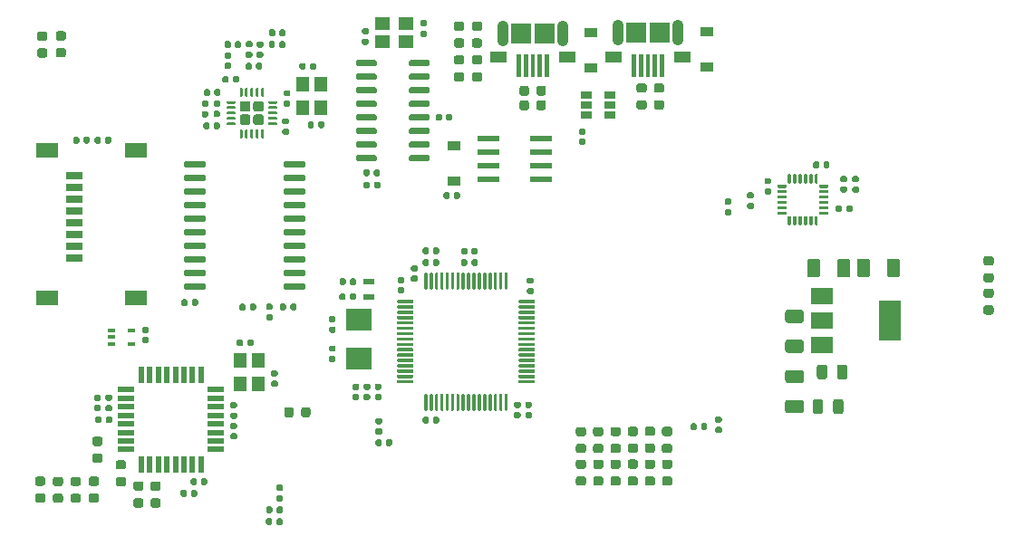
<source format=gtp>
G04 #@! TF.GenerationSoftware,KiCad,Pcbnew,(5.1.6)-1*
G04 #@! TF.CreationDate,2022-01-03T12:18:26+01:00*
G04 #@! TF.ProjectId,CURSO_PCB_DRONE,43555253-4f5f-4504-9342-5f44524f4e45,rev?*
G04 #@! TF.SameCoordinates,Original*
G04 #@! TF.FileFunction,Paste,Top*
G04 #@! TF.FilePolarity,Positive*
%FSLAX46Y46*%
G04 Gerber Fmt 4.6, Leading zero omitted, Abs format (unit mm)*
G04 Created by KiCad (PCBNEW (5.1.6)-1) date 2022-01-03 12:18:26*
%MOMM*%
%LPD*%
G01*
G04 APERTURE LIST*
%ADD10C,0.100000*%
%ADD11R,2.400000X2.000000*%
%ADD12R,0.400000X2.100000*%
%ADD13R,1.500000X1.000000*%
%ADD14R,1.900000X1.900000*%
%ADD15O,1.100000X2.400000*%
%ADD16R,1.400000X1.200000*%
%ADD17R,1.500000X0.800000*%
%ADD18R,2.000000X1.450000*%
%ADD19R,0.550000X1.500000*%
%ADD20R,1.500000X0.550000*%
%ADD21R,2.000000X0.600000*%
%ADD22R,1.060000X0.650000*%
%ADD23R,0.650000X0.400000*%
%ADD24R,2.000000X1.500000*%
%ADD25R,2.000000X3.800000*%
%ADD26R,1.200000X1.400000*%
%ADD27R,1.100000X0.600000*%
%ADD28R,1.200000X0.900000*%
G04 APERTURE END LIST*
D10*
G36*
X142730000Y-70060000D02*
G01*
X141230000Y-70060000D01*
X141230000Y-69060000D01*
X142730000Y-69060000D01*
X142730000Y-70060000D01*
G37*
G36*
X136330000Y-70060000D02*
G01*
X134830000Y-70060000D01*
X134830000Y-69060000D01*
X136330000Y-69060000D01*
X136330000Y-70060000D01*
G37*
G36*
X137680000Y-71410000D02*
G01*
X137280000Y-71410000D01*
X137280000Y-69310000D01*
X137680000Y-69310000D01*
X137680000Y-71410000D01*
G37*
G36*
X138330000Y-71410000D02*
G01*
X137930000Y-71410000D01*
X137930000Y-69310000D01*
X138330000Y-69310000D01*
X138330000Y-71410000D01*
G37*
G36*
X138980000Y-71410000D02*
G01*
X138580000Y-71410000D01*
X138580000Y-69310000D01*
X138980000Y-69310000D01*
X138980000Y-71410000D01*
G37*
G36*
X139630000Y-71410000D02*
G01*
X139230000Y-71410000D01*
X139230000Y-69310000D01*
X139630000Y-69310000D01*
X139630000Y-71410000D01*
G37*
G36*
X140280000Y-71410000D02*
G01*
X139880000Y-71410000D01*
X139880000Y-69310000D01*
X140280000Y-69310000D01*
X140280000Y-71410000D01*
G37*
G36*
X140830000Y-68260000D02*
G01*
X138930000Y-68260000D01*
X138930000Y-66360000D01*
X140830000Y-66360000D01*
X140830000Y-68260000D01*
G37*
G36*
X138630000Y-68260000D02*
G01*
X136730000Y-68260000D01*
X136730000Y-66360000D01*
X138630000Y-66360000D01*
X138630000Y-68260000D01*
G37*
G36*
X127870000Y-68310000D02*
G01*
X125970000Y-68310000D01*
X125970000Y-66410000D01*
X127870000Y-66410000D01*
X127870000Y-68310000D01*
G37*
G36*
X130070000Y-68310000D02*
G01*
X128170000Y-68310000D01*
X128170000Y-66410000D01*
X130070000Y-66410000D01*
X130070000Y-68310000D01*
G37*
G36*
X129520000Y-71460000D02*
G01*
X129120000Y-71460000D01*
X129120000Y-69360000D01*
X129520000Y-69360000D01*
X129520000Y-71460000D01*
G37*
G36*
X128870000Y-71460000D02*
G01*
X128470000Y-71460000D01*
X128470000Y-69360000D01*
X128870000Y-69360000D01*
X128870000Y-71460000D01*
G37*
G36*
X128220000Y-71460000D02*
G01*
X127820000Y-71460000D01*
X127820000Y-69360000D01*
X128220000Y-69360000D01*
X128220000Y-71460000D01*
G37*
G36*
X127570000Y-71460000D02*
G01*
X127170000Y-71460000D01*
X127170000Y-69360000D01*
X127570000Y-69360000D01*
X127570000Y-71460000D01*
G37*
G36*
X126920000Y-71460000D02*
G01*
X126520000Y-71460000D01*
X126520000Y-69360000D01*
X126920000Y-69360000D01*
X126920000Y-71460000D01*
G37*
G36*
X125570000Y-70110000D02*
G01*
X124070000Y-70110000D01*
X124070000Y-69110000D01*
X125570000Y-69110000D01*
X125570000Y-70110000D01*
G37*
G36*
X131970000Y-70110000D02*
G01*
X130470000Y-70110000D01*
X130470000Y-69110000D01*
X131970000Y-69110000D01*
X131970000Y-70110000D01*
G37*
D11*
X111810000Y-97810000D03*
X111810000Y-94110000D03*
D12*
X140080000Y-70360000D03*
X139430000Y-70360000D03*
X138780000Y-70360000D03*
X138130000Y-70360000D03*
X137480000Y-70360000D03*
D13*
X141980000Y-69560000D03*
X135580000Y-69560000D03*
D14*
X139880000Y-67310000D03*
X137680000Y-67310000D03*
D15*
X135955000Y-67310000D03*
X141605000Y-67310000D03*
X130845000Y-67360000D03*
X125195000Y-67360000D03*
D14*
X126920000Y-67360000D03*
X129120000Y-67360000D03*
D13*
X124820000Y-69610000D03*
X131220000Y-69610000D03*
D12*
X126720000Y-70410000D03*
X127370000Y-70410000D03*
X128020000Y-70410000D03*
X128670000Y-70410000D03*
X129320000Y-70410000D03*
D16*
X113980000Y-66440000D03*
X116180000Y-66440000D03*
X116180000Y-68140000D03*
X113980000Y-68140000D03*
D17*
X85220000Y-88410000D03*
X85220000Y-87310000D03*
X85220000Y-86210000D03*
X85220000Y-85110000D03*
X85220000Y-84010000D03*
X85220000Y-82910000D03*
X85220000Y-81810000D03*
X85220000Y-80710000D03*
D18*
X90920000Y-92090000D03*
X90920000Y-78330000D03*
X82620000Y-78330000D03*
X82620000Y-92090000D03*
G36*
G01*
X151730800Y-84095880D02*
X151730800Y-84245880D01*
G75*
G02*
X151655800Y-84320880I-75000J0D01*
G01*
X150955800Y-84320880D01*
G75*
G02*
X150880800Y-84245880I0J75000D01*
G01*
X150880800Y-84095880D01*
G75*
G02*
X150955800Y-84020880I75000J0D01*
G01*
X151655800Y-84020880D01*
G75*
G02*
X151730800Y-84095880I0J-75000D01*
G01*
G37*
G36*
G01*
X151730800Y-83595880D02*
X151730800Y-83745880D01*
G75*
G02*
X151655800Y-83820880I-75000J0D01*
G01*
X150955800Y-83820880D01*
G75*
G02*
X150880800Y-83745880I0J75000D01*
G01*
X150880800Y-83595880D01*
G75*
G02*
X150955800Y-83520880I75000J0D01*
G01*
X151655800Y-83520880D01*
G75*
G02*
X151730800Y-83595880I0J-75000D01*
G01*
G37*
G36*
G01*
X151730800Y-83095880D02*
X151730800Y-83245880D01*
G75*
G02*
X151655800Y-83320880I-75000J0D01*
G01*
X150955800Y-83320880D01*
G75*
G02*
X150880800Y-83245880I0J75000D01*
G01*
X150880800Y-83095880D01*
G75*
G02*
X150955800Y-83020880I75000J0D01*
G01*
X151655800Y-83020880D01*
G75*
G02*
X151730800Y-83095880I0J-75000D01*
G01*
G37*
G36*
G01*
X151730800Y-82595880D02*
X151730800Y-82745880D01*
G75*
G02*
X151655800Y-82820880I-75000J0D01*
G01*
X150955800Y-82820880D01*
G75*
G02*
X150880800Y-82745880I0J75000D01*
G01*
X150880800Y-82595880D01*
G75*
G02*
X150955800Y-82520880I75000J0D01*
G01*
X151655800Y-82520880D01*
G75*
G02*
X151730800Y-82595880I0J-75000D01*
G01*
G37*
G36*
G01*
X151730800Y-82095880D02*
X151730800Y-82245880D01*
G75*
G02*
X151655800Y-82320880I-75000J0D01*
G01*
X150955800Y-82320880D01*
G75*
G02*
X150880800Y-82245880I0J75000D01*
G01*
X150880800Y-82095880D01*
G75*
G02*
X150955800Y-82020880I75000J0D01*
G01*
X151655800Y-82020880D01*
G75*
G02*
X151730800Y-82095880I0J-75000D01*
G01*
G37*
G36*
G01*
X151730800Y-81595880D02*
X151730800Y-81745880D01*
G75*
G02*
X151655800Y-81820880I-75000J0D01*
G01*
X150955800Y-81820880D01*
G75*
G02*
X150880800Y-81745880I0J75000D01*
G01*
X150880800Y-81595880D01*
G75*
G02*
X150955800Y-81520880I75000J0D01*
G01*
X151655800Y-81520880D01*
G75*
G02*
X151730800Y-81595880I0J-75000D01*
G01*
G37*
G36*
G01*
X152080800Y-81395880D02*
X151930800Y-81395880D01*
G75*
G02*
X151855800Y-81320880I0J75000D01*
G01*
X151855800Y-80620880D01*
G75*
G02*
X151930800Y-80545880I75000J0D01*
G01*
X152080800Y-80545880D01*
G75*
G02*
X152155800Y-80620880I0J-75000D01*
G01*
X152155800Y-81320880D01*
G75*
G02*
X152080800Y-81395880I-75000J0D01*
G01*
G37*
G36*
G01*
X152580800Y-81395880D02*
X152430800Y-81395880D01*
G75*
G02*
X152355800Y-81320880I0J75000D01*
G01*
X152355800Y-80620880D01*
G75*
G02*
X152430800Y-80545880I75000J0D01*
G01*
X152580800Y-80545880D01*
G75*
G02*
X152655800Y-80620880I0J-75000D01*
G01*
X152655800Y-81320880D01*
G75*
G02*
X152580800Y-81395880I-75000J0D01*
G01*
G37*
G36*
G01*
X153080800Y-81395880D02*
X152930800Y-81395880D01*
G75*
G02*
X152855800Y-81320880I0J75000D01*
G01*
X152855800Y-80620880D01*
G75*
G02*
X152930800Y-80545880I75000J0D01*
G01*
X153080800Y-80545880D01*
G75*
G02*
X153155800Y-80620880I0J-75000D01*
G01*
X153155800Y-81320880D01*
G75*
G02*
X153080800Y-81395880I-75000J0D01*
G01*
G37*
G36*
G01*
X153580800Y-81395880D02*
X153430800Y-81395880D01*
G75*
G02*
X153355800Y-81320880I0J75000D01*
G01*
X153355800Y-80620880D01*
G75*
G02*
X153430800Y-80545880I75000J0D01*
G01*
X153580800Y-80545880D01*
G75*
G02*
X153655800Y-80620880I0J-75000D01*
G01*
X153655800Y-81320880D01*
G75*
G02*
X153580800Y-81395880I-75000J0D01*
G01*
G37*
G36*
G01*
X154080800Y-81395880D02*
X153930800Y-81395880D01*
G75*
G02*
X153855800Y-81320880I0J75000D01*
G01*
X153855800Y-80620880D01*
G75*
G02*
X153930800Y-80545880I75000J0D01*
G01*
X154080800Y-80545880D01*
G75*
G02*
X154155800Y-80620880I0J-75000D01*
G01*
X154155800Y-81320880D01*
G75*
G02*
X154080800Y-81395880I-75000J0D01*
G01*
G37*
G36*
G01*
X154580800Y-81395880D02*
X154430800Y-81395880D01*
G75*
G02*
X154355800Y-81320880I0J75000D01*
G01*
X154355800Y-80620880D01*
G75*
G02*
X154430800Y-80545880I75000J0D01*
G01*
X154580800Y-80545880D01*
G75*
G02*
X154655800Y-80620880I0J-75000D01*
G01*
X154655800Y-81320880D01*
G75*
G02*
X154580800Y-81395880I-75000J0D01*
G01*
G37*
G36*
G01*
X155630800Y-81595880D02*
X155630800Y-81745880D01*
G75*
G02*
X155555800Y-81820880I-75000J0D01*
G01*
X154855800Y-81820880D01*
G75*
G02*
X154780800Y-81745880I0J75000D01*
G01*
X154780800Y-81595880D01*
G75*
G02*
X154855800Y-81520880I75000J0D01*
G01*
X155555800Y-81520880D01*
G75*
G02*
X155630800Y-81595880I0J-75000D01*
G01*
G37*
G36*
G01*
X155630800Y-82095880D02*
X155630800Y-82245880D01*
G75*
G02*
X155555800Y-82320880I-75000J0D01*
G01*
X154855800Y-82320880D01*
G75*
G02*
X154780800Y-82245880I0J75000D01*
G01*
X154780800Y-82095880D01*
G75*
G02*
X154855800Y-82020880I75000J0D01*
G01*
X155555800Y-82020880D01*
G75*
G02*
X155630800Y-82095880I0J-75000D01*
G01*
G37*
G36*
G01*
X155630800Y-82595880D02*
X155630800Y-82745880D01*
G75*
G02*
X155555800Y-82820880I-75000J0D01*
G01*
X154855800Y-82820880D01*
G75*
G02*
X154780800Y-82745880I0J75000D01*
G01*
X154780800Y-82595880D01*
G75*
G02*
X154855800Y-82520880I75000J0D01*
G01*
X155555800Y-82520880D01*
G75*
G02*
X155630800Y-82595880I0J-75000D01*
G01*
G37*
G36*
G01*
X155630800Y-83095880D02*
X155630800Y-83245880D01*
G75*
G02*
X155555800Y-83320880I-75000J0D01*
G01*
X154855800Y-83320880D01*
G75*
G02*
X154780800Y-83245880I0J75000D01*
G01*
X154780800Y-83095880D01*
G75*
G02*
X154855800Y-83020880I75000J0D01*
G01*
X155555800Y-83020880D01*
G75*
G02*
X155630800Y-83095880I0J-75000D01*
G01*
G37*
G36*
G01*
X155630800Y-83595880D02*
X155630800Y-83745880D01*
G75*
G02*
X155555800Y-83820880I-75000J0D01*
G01*
X154855800Y-83820880D01*
G75*
G02*
X154780800Y-83745880I0J75000D01*
G01*
X154780800Y-83595880D01*
G75*
G02*
X154855800Y-83520880I75000J0D01*
G01*
X155555800Y-83520880D01*
G75*
G02*
X155630800Y-83595880I0J-75000D01*
G01*
G37*
G36*
G01*
X155630800Y-84095880D02*
X155630800Y-84245880D01*
G75*
G02*
X155555800Y-84320880I-75000J0D01*
G01*
X154855800Y-84320880D01*
G75*
G02*
X154780800Y-84245880I0J75000D01*
G01*
X154780800Y-84095880D01*
G75*
G02*
X154855800Y-84020880I75000J0D01*
G01*
X155555800Y-84020880D01*
G75*
G02*
X155630800Y-84095880I0J-75000D01*
G01*
G37*
G36*
G01*
X154580800Y-85295880D02*
X154430800Y-85295880D01*
G75*
G02*
X154355800Y-85220880I0J75000D01*
G01*
X154355800Y-84520880D01*
G75*
G02*
X154430800Y-84445880I75000J0D01*
G01*
X154580800Y-84445880D01*
G75*
G02*
X154655800Y-84520880I0J-75000D01*
G01*
X154655800Y-85220880D01*
G75*
G02*
X154580800Y-85295880I-75000J0D01*
G01*
G37*
G36*
G01*
X154080800Y-85295880D02*
X153930800Y-85295880D01*
G75*
G02*
X153855800Y-85220880I0J75000D01*
G01*
X153855800Y-84520880D01*
G75*
G02*
X153930800Y-84445880I75000J0D01*
G01*
X154080800Y-84445880D01*
G75*
G02*
X154155800Y-84520880I0J-75000D01*
G01*
X154155800Y-85220880D01*
G75*
G02*
X154080800Y-85295880I-75000J0D01*
G01*
G37*
G36*
G01*
X153580800Y-85295880D02*
X153430800Y-85295880D01*
G75*
G02*
X153355800Y-85220880I0J75000D01*
G01*
X153355800Y-84520880D01*
G75*
G02*
X153430800Y-84445880I75000J0D01*
G01*
X153580800Y-84445880D01*
G75*
G02*
X153655800Y-84520880I0J-75000D01*
G01*
X153655800Y-85220880D01*
G75*
G02*
X153580800Y-85295880I-75000J0D01*
G01*
G37*
G36*
G01*
X153080800Y-85295880D02*
X152930800Y-85295880D01*
G75*
G02*
X152855800Y-85220880I0J75000D01*
G01*
X152855800Y-84520880D01*
G75*
G02*
X152930800Y-84445880I75000J0D01*
G01*
X153080800Y-84445880D01*
G75*
G02*
X153155800Y-84520880I0J-75000D01*
G01*
X153155800Y-85220880D01*
G75*
G02*
X153080800Y-85295880I-75000J0D01*
G01*
G37*
G36*
G01*
X152580800Y-85295880D02*
X152430800Y-85295880D01*
G75*
G02*
X152355800Y-85220880I0J75000D01*
G01*
X152355800Y-84520880D01*
G75*
G02*
X152430800Y-84445880I75000J0D01*
G01*
X152580800Y-84445880D01*
G75*
G02*
X152655800Y-84520880I0J-75000D01*
G01*
X152655800Y-85220880D01*
G75*
G02*
X152580800Y-85295880I-75000J0D01*
G01*
G37*
G36*
G01*
X152080800Y-85295880D02*
X151930800Y-85295880D01*
G75*
G02*
X151855800Y-85220880I0J75000D01*
G01*
X151855800Y-84520880D01*
G75*
G02*
X151930800Y-84445880I75000J0D01*
G01*
X152080800Y-84445880D01*
G75*
G02*
X152155800Y-84520880I0J-75000D01*
G01*
X152155800Y-85220880D01*
G75*
G02*
X152080800Y-85295880I-75000J0D01*
G01*
G37*
G36*
G01*
X156326360Y-83939900D02*
X156326360Y-83594900D01*
G75*
G02*
X156473860Y-83447400I147500J0D01*
G01*
X156768860Y-83447400D01*
G75*
G02*
X156916360Y-83594900I0J-147500D01*
G01*
X156916360Y-83939900D01*
G75*
G02*
X156768860Y-84087400I-147500J0D01*
G01*
X156473860Y-84087400D01*
G75*
G02*
X156326360Y-83939900I0J147500D01*
G01*
G37*
G36*
G01*
X157296360Y-83939900D02*
X157296360Y-83594900D01*
G75*
G02*
X157443860Y-83447400I147500J0D01*
G01*
X157738860Y-83447400D01*
G75*
G02*
X157886360Y-83594900I0J-147500D01*
G01*
X157886360Y-83939900D01*
G75*
G02*
X157738860Y-84087400I-147500J0D01*
G01*
X157443860Y-84087400D01*
G75*
G02*
X157296360Y-83939900I0J147500D01*
G01*
G37*
G36*
G01*
X117880000Y-91225000D02*
X117880000Y-89825000D01*
G75*
G02*
X117955000Y-89750000I75000J0D01*
G01*
X118105000Y-89750000D01*
G75*
G02*
X118180000Y-89825000I0J-75000D01*
G01*
X118180000Y-91225000D01*
G75*
G02*
X118105000Y-91300000I-75000J0D01*
G01*
X117955000Y-91300000D01*
G75*
G02*
X117880000Y-91225000I0J75000D01*
G01*
G37*
G36*
G01*
X118380000Y-91225000D02*
X118380000Y-89825000D01*
G75*
G02*
X118455000Y-89750000I75000J0D01*
G01*
X118605000Y-89750000D01*
G75*
G02*
X118680000Y-89825000I0J-75000D01*
G01*
X118680000Y-91225000D01*
G75*
G02*
X118605000Y-91300000I-75000J0D01*
G01*
X118455000Y-91300000D01*
G75*
G02*
X118380000Y-91225000I0J75000D01*
G01*
G37*
G36*
G01*
X118880000Y-91225000D02*
X118880000Y-89825000D01*
G75*
G02*
X118955000Y-89750000I75000J0D01*
G01*
X119105000Y-89750000D01*
G75*
G02*
X119180000Y-89825000I0J-75000D01*
G01*
X119180000Y-91225000D01*
G75*
G02*
X119105000Y-91300000I-75000J0D01*
G01*
X118955000Y-91300000D01*
G75*
G02*
X118880000Y-91225000I0J75000D01*
G01*
G37*
G36*
G01*
X119380000Y-91225000D02*
X119380000Y-89825000D01*
G75*
G02*
X119455000Y-89750000I75000J0D01*
G01*
X119605000Y-89750000D01*
G75*
G02*
X119680000Y-89825000I0J-75000D01*
G01*
X119680000Y-91225000D01*
G75*
G02*
X119605000Y-91300000I-75000J0D01*
G01*
X119455000Y-91300000D01*
G75*
G02*
X119380000Y-91225000I0J75000D01*
G01*
G37*
G36*
G01*
X119880000Y-91225000D02*
X119880000Y-89825000D01*
G75*
G02*
X119955000Y-89750000I75000J0D01*
G01*
X120105000Y-89750000D01*
G75*
G02*
X120180000Y-89825000I0J-75000D01*
G01*
X120180000Y-91225000D01*
G75*
G02*
X120105000Y-91300000I-75000J0D01*
G01*
X119955000Y-91300000D01*
G75*
G02*
X119880000Y-91225000I0J75000D01*
G01*
G37*
G36*
G01*
X120380000Y-91225000D02*
X120380000Y-89825000D01*
G75*
G02*
X120455000Y-89750000I75000J0D01*
G01*
X120605000Y-89750000D01*
G75*
G02*
X120680000Y-89825000I0J-75000D01*
G01*
X120680000Y-91225000D01*
G75*
G02*
X120605000Y-91300000I-75000J0D01*
G01*
X120455000Y-91300000D01*
G75*
G02*
X120380000Y-91225000I0J75000D01*
G01*
G37*
G36*
G01*
X120880000Y-91225000D02*
X120880000Y-89825000D01*
G75*
G02*
X120955000Y-89750000I75000J0D01*
G01*
X121105000Y-89750000D01*
G75*
G02*
X121180000Y-89825000I0J-75000D01*
G01*
X121180000Y-91225000D01*
G75*
G02*
X121105000Y-91300000I-75000J0D01*
G01*
X120955000Y-91300000D01*
G75*
G02*
X120880000Y-91225000I0J75000D01*
G01*
G37*
G36*
G01*
X121380000Y-91225000D02*
X121380000Y-89825000D01*
G75*
G02*
X121455000Y-89750000I75000J0D01*
G01*
X121605000Y-89750000D01*
G75*
G02*
X121680000Y-89825000I0J-75000D01*
G01*
X121680000Y-91225000D01*
G75*
G02*
X121605000Y-91300000I-75000J0D01*
G01*
X121455000Y-91300000D01*
G75*
G02*
X121380000Y-91225000I0J75000D01*
G01*
G37*
G36*
G01*
X121880000Y-91225000D02*
X121880000Y-89825000D01*
G75*
G02*
X121955000Y-89750000I75000J0D01*
G01*
X122105000Y-89750000D01*
G75*
G02*
X122180000Y-89825000I0J-75000D01*
G01*
X122180000Y-91225000D01*
G75*
G02*
X122105000Y-91300000I-75000J0D01*
G01*
X121955000Y-91300000D01*
G75*
G02*
X121880000Y-91225000I0J75000D01*
G01*
G37*
G36*
G01*
X122380000Y-91225000D02*
X122380000Y-89825000D01*
G75*
G02*
X122455000Y-89750000I75000J0D01*
G01*
X122605000Y-89750000D01*
G75*
G02*
X122680000Y-89825000I0J-75000D01*
G01*
X122680000Y-91225000D01*
G75*
G02*
X122605000Y-91300000I-75000J0D01*
G01*
X122455000Y-91300000D01*
G75*
G02*
X122380000Y-91225000I0J75000D01*
G01*
G37*
G36*
G01*
X122880000Y-91225000D02*
X122880000Y-89825000D01*
G75*
G02*
X122955000Y-89750000I75000J0D01*
G01*
X123105000Y-89750000D01*
G75*
G02*
X123180000Y-89825000I0J-75000D01*
G01*
X123180000Y-91225000D01*
G75*
G02*
X123105000Y-91300000I-75000J0D01*
G01*
X122955000Y-91300000D01*
G75*
G02*
X122880000Y-91225000I0J75000D01*
G01*
G37*
G36*
G01*
X123380000Y-91225000D02*
X123380000Y-89825000D01*
G75*
G02*
X123455000Y-89750000I75000J0D01*
G01*
X123605000Y-89750000D01*
G75*
G02*
X123680000Y-89825000I0J-75000D01*
G01*
X123680000Y-91225000D01*
G75*
G02*
X123605000Y-91300000I-75000J0D01*
G01*
X123455000Y-91300000D01*
G75*
G02*
X123380000Y-91225000I0J75000D01*
G01*
G37*
G36*
G01*
X123880000Y-91225000D02*
X123880000Y-89825000D01*
G75*
G02*
X123955000Y-89750000I75000J0D01*
G01*
X124105000Y-89750000D01*
G75*
G02*
X124180000Y-89825000I0J-75000D01*
G01*
X124180000Y-91225000D01*
G75*
G02*
X124105000Y-91300000I-75000J0D01*
G01*
X123955000Y-91300000D01*
G75*
G02*
X123880000Y-91225000I0J75000D01*
G01*
G37*
G36*
G01*
X124380000Y-91225000D02*
X124380000Y-89825000D01*
G75*
G02*
X124455000Y-89750000I75000J0D01*
G01*
X124605000Y-89750000D01*
G75*
G02*
X124680000Y-89825000I0J-75000D01*
G01*
X124680000Y-91225000D01*
G75*
G02*
X124605000Y-91300000I-75000J0D01*
G01*
X124455000Y-91300000D01*
G75*
G02*
X124380000Y-91225000I0J75000D01*
G01*
G37*
G36*
G01*
X124880000Y-91225000D02*
X124880000Y-89825000D01*
G75*
G02*
X124955000Y-89750000I75000J0D01*
G01*
X125105000Y-89750000D01*
G75*
G02*
X125180000Y-89825000I0J-75000D01*
G01*
X125180000Y-91225000D01*
G75*
G02*
X125105000Y-91300000I-75000J0D01*
G01*
X124955000Y-91300000D01*
G75*
G02*
X124880000Y-91225000I0J75000D01*
G01*
G37*
G36*
G01*
X125380000Y-91225000D02*
X125380000Y-89825000D01*
G75*
G02*
X125455000Y-89750000I75000J0D01*
G01*
X125605000Y-89750000D01*
G75*
G02*
X125680000Y-89825000I0J-75000D01*
G01*
X125680000Y-91225000D01*
G75*
G02*
X125605000Y-91300000I-75000J0D01*
G01*
X125455000Y-91300000D01*
G75*
G02*
X125380000Y-91225000I0J75000D01*
G01*
G37*
G36*
G01*
X126680000Y-92525000D02*
X126680000Y-92375000D01*
G75*
G02*
X126755000Y-92300000I75000J0D01*
G01*
X128155000Y-92300000D01*
G75*
G02*
X128230000Y-92375000I0J-75000D01*
G01*
X128230000Y-92525000D01*
G75*
G02*
X128155000Y-92600000I-75000J0D01*
G01*
X126755000Y-92600000D01*
G75*
G02*
X126680000Y-92525000I0J75000D01*
G01*
G37*
G36*
G01*
X126680000Y-93025000D02*
X126680000Y-92875000D01*
G75*
G02*
X126755000Y-92800000I75000J0D01*
G01*
X128155000Y-92800000D01*
G75*
G02*
X128230000Y-92875000I0J-75000D01*
G01*
X128230000Y-93025000D01*
G75*
G02*
X128155000Y-93100000I-75000J0D01*
G01*
X126755000Y-93100000D01*
G75*
G02*
X126680000Y-93025000I0J75000D01*
G01*
G37*
G36*
G01*
X126680000Y-93525000D02*
X126680000Y-93375000D01*
G75*
G02*
X126755000Y-93300000I75000J0D01*
G01*
X128155000Y-93300000D01*
G75*
G02*
X128230000Y-93375000I0J-75000D01*
G01*
X128230000Y-93525000D01*
G75*
G02*
X128155000Y-93600000I-75000J0D01*
G01*
X126755000Y-93600000D01*
G75*
G02*
X126680000Y-93525000I0J75000D01*
G01*
G37*
G36*
G01*
X126680000Y-94025000D02*
X126680000Y-93875000D01*
G75*
G02*
X126755000Y-93800000I75000J0D01*
G01*
X128155000Y-93800000D01*
G75*
G02*
X128230000Y-93875000I0J-75000D01*
G01*
X128230000Y-94025000D01*
G75*
G02*
X128155000Y-94100000I-75000J0D01*
G01*
X126755000Y-94100000D01*
G75*
G02*
X126680000Y-94025000I0J75000D01*
G01*
G37*
G36*
G01*
X126680000Y-94525000D02*
X126680000Y-94375000D01*
G75*
G02*
X126755000Y-94300000I75000J0D01*
G01*
X128155000Y-94300000D01*
G75*
G02*
X128230000Y-94375000I0J-75000D01*
G01*
X128230000Y-94525000D01*
G75*
G02*
X128155000Y-94600000I-75000J0D01*
G01*
X126755000Y-94600000D01*
G75*
G02*
X126680000Y-94525000I0J75000D01*
G01*
G37*
G36*
G01*
X126680000Y-95025000D02*
X126680000Y-94875000D01*
G75*
G02*
X126755000Y-94800000I75000J0D01*
G01*
X128155000Y-94800000D01*
G75*
G02*
X128230000Y-94875000I0J-75000D01*
G01*
X128230000Y-95025000D01*
G75*
G02*
X128155000Y-95100000I-75000J0D01*
G01*
X126755000Y-95100000D01*
G75*
G02*
X126680000Y-95025000I0J75000D01*
G01*
G37*
G36*
G01*
X126680000Y-95525000D02*
X126680000Y-95375000D01*
G75*
G02*
X126755000Y-95300000I75000J0D01*
G01*
X128155000Y-95300000D01*
G75*
G02*
X128230000Y-95375000I0J-75000D01*
G01*
X128230000Y-95525000D01*
G75*
G02*
X128155000Y-95600000I-75000J0D01*
G01*
X126755000Y-95600000D01*
G75*
G02*
X126680000Y-95525000I0J75000D01*
G01*
G37*
G36*
G01*
X126680000Y-96025000D02*
X126680000Y-95875000D01*
G75*
G02*
X126755000Y-95800000I75000J0D01*
G01*
X128155000Y-95800000D01*
G75*
G02*
X128230000Y-95875000I0J-75000D01*
G01*
X128230000Y-96025000D01*
G75*
G02*
X128155000Y-96100000I-75000J0D01*
G01*
X126755000Y-96100000D01*
G75*
G02*
X126680000Y-96025000I0J75000D01*
G01*
G37*
G36*
G01*
X126680000Y-96525000D02*
X126680000Y-96375000D01*
G75*
G02*
X126755000Y-96300000I75000J0D01*
G01*
X128155000Y-96300000D01*
G75*
G02*
X128230000Y-96375000I0J-75000D01*
G01*
X128230000Y-96525000D01*
G75*
G02*
X128155000Y-96600000I-75000J0D01*
G01*
X126755000Y-96600000D01*
G75*
G02*
X126680000Y-96525000I0J75000D01*
G01*
G37*
G36*
G01*
X126680000Y-97025000D02*
X126680000Y-96875000D01*
G75*
G02*
X126755000Y-96800000I75000J0D01*
G01*
X128155000Y-96800000D01*
G75*
G02*
X128230000Y-96875000I0J-75000D01*
G01*
X128230000Y-97025000D01*
G75*
G02*
X128155000Y-97100000I-75000J0D01*
G01*
X126755000Y-97100000D01*
G75*
G02*
X126680000Y-97025000I0J75000D01*
G01*
G37*
G36*
G01*
X126680000Y-97525000D02*
X126680000Y-97375000D01*
G75*
G02*
X126755000Y-97300000I75000J0D01*
G01*
X128155000Y-97300000D01*
G75*
G02*
X128230000Y-97375000I0J-75000D01*
G01*
X128230000Y-97525000D01*
G75*
G02*
X128155000Y-97600000I-75000J0D01*
G01*
X126755000Y-97600000D01*
G75*
G02*
X126680000Y-97525000I0J75000D01*
G01*
G37*
G36*
G01*
X126680000Y-98025000D02*
X126680000Y-97875000D01*
G75*
G02*
X126755000Y-97800000I75000J0D01*
G01*
X128155000Y-97800000D01*
G75*
G02*
X128230000Y-97875000I0J-75000D01*
G01*
X128230000Y-98025000D01*
G75*
G02*
X128155000Y-98100000I-75000J0D01*
G01*
X126755000Y-98100000D01*
G75*
G02*
X126680000Y-98025000I0J75000D01*
G01*
G37*
G36*
G01*
X126680000Y-98525000D02*
X126680000Y-98375000D01*
G75*
G02*
X126755000Y-98300000I75000J0D01*
G01*
X128155000Y-98300000D01*
G75*
G02*
X128230000Y-98375000I0J-75000D01*
G01*
X128230000Y-98525000D01*
G75*
G02*
X128155000Y-98600000I-75000J0D01*
G01*
X126755000Y-98600000D01*
G75*
G02*
X126680000Y-98525000I0J75000D01*
G01*
G37*
G36*
G01*
X126680000Y-99025000D02*
X126680000Y-98875000D01*
G75*
G02*
X126755000Y-98800000I75000J0D01*
G01*
X128155000Y-98800000D01*
G75*
G02*
X128230000Y-98875000I0J-75000D01*
G01*
X128230000Y-99025000D01*
G75*
G02*
X128155000Y-99100000I-75000J0D01*
G01*
X126755000Y-99100000D01*
G75*
G02*
X126680000Y-99025000I0J75000D01*
G01*
G37*
G36*
G01*
X126680000Y-99525000D02*
X126680000Y-99375000D01*
G75*
G02*
X126755000Y-99300000I75000J0D01*
G01*
X128155000Y-99300000D01*
G75*
G02*
X128230000Y-99375000I0J-75000D01*
G01*
X128230000Y-99525000D01*
G75*
G02*
X128155000Y-99600000I-75000J0D01*
G01*
X126755000Y-99600000D01*
G75*
G02*
X126680000Y-99525000I0J75000D01*
G01*
G37*
G36*
G01*
X126680000Y-100025000D02*
X126680000Y-99875000D01*
G75*
G02*
X126755000Y-99800000I75000J0D01*
G01*
X128155000Y-99800000D01*
G75*
G02*
X128230000Y-99875000I0J-75000D01*
G01*
X128230000Y-100025000D01*
G75*
G02*
X128155000Y-100100000I-75000J0D01*
G01*
X126755000Y-100100000D01*
G75*
G02*
X126680000Y-100025000I0J75000D01*
G01*
G37*
G36*
G01*
X125380000Y-102575000D02*
X125380000Y-101175000D01*
G75*
G02*
X125455000Y-101100000I75000J0D01*
G01*
X125605000Y-101100000D01*
G75*
G02*
X125680000Y-101175000I0J-75000D01*
G01*
X125680000Y-102575000D01*
G75*
G02*
X125605000Y-102650000I-75000J0D01*
G01*
X125455000Y-102650000D01*
G75*
G02*
X125380000Y-102575000I0J75000D01*
G01*
G37*
G36*
G01*
X124880000Y-102575000D02*
X124880000Y-101175000D01*
G75*
G02*
X124955000Y-101100000I75000J0D01*
G01*
X125105000Y-101100000D01*
G75*
G02*
X125180000Y-101175000I0J-75000D01*
G01*
X125180000Y-102575000D01*
G75*
G02*
X125105000Y-102650000I-75000J0D01*
G01*
X124955000Y-102650000D01*
G75*
G02*
X124880000Y-102575000I0J75000D01*
G01*
G37*
G36*
G01*
X124380000Y-102575000D02*
X124380000Y-101175000D01*
G75*
G02*
X124455000Y-101100000I75000J0D01*
G01*
X124605000Y-101100000D01*
G75*
G02*
X124680000Y-101175000I0J-75000D01*
G01*
X124680000Y-102575000D01*
G75*
G02*
X124605000Y-102650000I-75000J0D01*
G01*
X124455000Y-102650000D01*
G75*
G02*
X124380000Y-102575000I0J75000D01*
G01*
G37*
G36*
G01*
X123880000Y-102575000D02*
X123880000Y-101175000D01*
G75*
G02*
X123955000Y-101100000I75000J0D01*
G01*
X124105000Y-101100000D01*
G75*
G02*
X124180000Y-101175000I0J-75000D01*
G01*
X124180000Y-102575000D01*
G75*
G02*
X124105000Y-102650000I-75000J0D01*
G01*
X123955000Y-102650000D01*
G75*
G02*
X123880000Y-102575000I0J75000D01*
G01*
G37*
G36*
G01*
X123380000Y-102575000D02*
X123380000Y-101175000D01*
G75*
G02*
X123455000Y-101100000I75000J0D01*
G01*
X123605000Y-101100000D01*
G75*
G02*
X123680000Y-101175000I0J-75000D01*
G01*
X123680000Y-102575000D01*
G75*
G02*
X123605000Y-102650000I-75000J0D01*
G01*
X123455000Y-102650000D01*
G75*
G02*
X123380000Y-102575000I0J75000D01*
G01*
G37*
G36*
G01*
X122880000Y-102575000D02*
X122880000Y-101175000D01*
G75*
G02*
X122955000Y-101100000I75000J0D01*
G01*
X123105000Y-101100000D01*
G75*
G02*
X123180000Y-101175000I0J-75000D01*
G01*
X123180000Y-102575000D01*
G75*
G02*
X123105000Y-102650000I-75000J0D01*
G01*
X122955000Y-102650000D01*
G75*
G02*
X122880000Y-102575000I0J75000D01*
G01*
G37*
G36*
G01*
X122380000Y-102575000D02*
X122380000Y-101175000D01*
G75*
G02*
X122455000Y-101100000I75000J0D01*
G01*
X122605000Y-101100000D01*
G75*
G02*
X122680000Y-101175000I0J-75000D01*
G01*
X122680000Y-102575000D01*
G75*
G02*
X122605000Y-102650000I-75000J0D01*
G01*
X122455000Y-102650000D01*
G75*
G02*
X122380000Y-102575000I0J75000D01*
G01*
G37*
G36*
G01*
X121880000Y-102575000D02*
X121880000Y-101175000D01*
G75*
G02*
X121955000Y-101100000I75000J0D01*
G01*
X122105000Y-101100000D01*
G75*
G02*
X122180000Y-101175000I0J-75000D01*
G01*
X122180000Y-102575000D01*
G75*
G02*
X122105000Y-102650000I-75000J0D01*
G01*
X121955000Y-102650000D01*
G75*
G02*
X121880000Y-102575000I0J75000D01*
G01*
G37*
G36*
G01*
X121380000Y-102575000D02*
X121380000Y-101175000D01*
G75*
G02*
X121455000Y-101100000I75000J0D01*
G01*
X121605000Y-101100000D01*
G75*
G02*
X121680000Y-101175000I0J-75000D01*
G01*
X121680000Y-102575000D01*
G75*
G02*
X121605000Y-102650000I-75000J0D01*
G01*
X121455000Y-102650000D01*
G75*
G02*
X121380000Y-102575000I0J75000D01*
G01*
G37*
G36*
G01*
X120880000Y-102575000D02*
X120880000Y-101175000D01*
G75*
G02*
X120955000Y-101100000I75000J0D01*
G01*
X121105000Y-101100000D01*
G75*
G02*
X121180000Y-101175000I0J-75000D01*
G01*
X121180000Y-102575000D01*
G75*
G02*
X121105000Y-102650000I-75000J0D01*
G01*
X120955000Y-102650000D01*
G75*
G02*
X120880000Y-102575000I0J75000D01*
G01*
G37*
G36*
G01*
X120380000Y-102575000D02*
X120380000Y-101175000D01*
G75*
G02*
X120455000Y-101100000I75000J0D01*
G01*
X120605000Y-101100000D01*
G75*
G02*
X120680000Y-101175000I0J-75000D01*
G01*
X120680000Y-102575000D01*
G75*
G02*
X120605000Y-102650000I-75000J0D01*
G01*
X120455000Y-102650000D01*
G75*
G02*
X120380000Y-102575000I0J75000D01*
G01*
G37*
G36*
G01*
X119880000Y-102575000D02*
X119880000Y-101175000D01*
G75*
G02*
X119955000Y-101100000I75000J0D01*
G01*
X120105000Y-101100000D01*
G75*
G02*
X120180000Y-101175000I0J-75000D01*
G01*
X120180000Y-102575000D01*
G75*
G02*
X120105000Y-102650000I-75000J0D01*
G01*
X119955000Y-102650000D01*
G75*
G02*
X119880000Y-102575000I0J75000D01*
G01*
G37*
G36*
G01*
X119380000Y-102575000D02*
X119380000Y-101175000D01*
G75*
G02*
X119455000Y-101100000I75000J0D01*
G01*
X119605000Y-101100000D01*
G75*
G02*
X119680000Y-101175000I0J-75000D01*
G01*
X119680000Y-102575000D01*
G75*
G02*
X119605000Y-102650000I-75000J0D01*
G01*
X119455000Y-102650000D01*
G75*
G02*
X119380000Y-102575000I0J75000D01*
G01*
G37*
G36*
G01*
X118880000Y-102575000D02*
X118880000Y-101175000D01*
G75*
G02*
X118955000Y-101100000I75000J0D01*
G01*
X119105000Y-101100000D01*
G75*
G02*
X119180000Y-101175000I0J-75000D01*
G01*
X119180000Y-102575000D01*
G75*
G02*
X119105000Y-102650000I-75000J0D01*
G01*
X118955000Y-102650000D01*
G75*
G02*
X118880000Y-102575000I0J75000D01*
G01*
G37*
G36*
G01*
X118380000Y-102575000D02*
X118380000Y-101175000D01*
G75*
G02*
X118455000Y-101100000I75000J0D01*
G01*
X118605000Y-101100000D01*
G75*
G02*
X118680000Y-101175000I0J-75000D01*
G01*
X118680000Y-102575000D01*
G75*
G02*
X118605000Y-102650000I-75000J0D01*
G01*
X118455000Y-102650000D01*
G75*
G02*
X118380000Y-102575000I0J75000D01*
G01*
G37*
G36*
G01*
X117880000Y-102575000D02*
X117880000Y-101175000D01*
G75*
G02*
X117955000Y-101100000I75000J0D01*
G01*
X118105000Y-101100000D01*
G75*
G02*
X118180000Y-101175000I0J-75000D01*
G01*
X118180000Y-102575000D01*
G75*
G02*
X118105000Y-102650000I-75000J0D01*
G01*
X117955000Y-102650000D01*
G75*
G02*
X117880000Y-102575000I0J75000D01*
G01*
G37*
G36*
G01*
X115330000Y-100025000D02*
X115330000Y-99875000D01*
G75*
G02*
X115405000Y-99800000I75000J0D01*
G01*
X116805000Y-99800000D01*
G75*
G02*
X116880000Y-99875000I0J-75000D01*
G01*
X116880000Y-100025000D01*
G75*
G02*
X116805000Y-100100000I-75000J0D01*
G01*
X115405000Y-100100000D01*
G75*
G02*
X115330000Y-100025000I0J75000D01*
G01*
G37*
G36*
G01*
X115330000Y-99525000D02*
X115330000Y-99375000D01*
G75*
G02*
X115405000Y-99300000I75000J0D01*
G01*
X116805000Y-99300000D01*
G75*
G02*
X116880000Y-99375000I0J-75000D01*
G01*
X116880000Y-99525000D01*
G75*
G02*
X116805000Y-99600000I-75000J0D01*
G01*
X115405000Y-99600000D01*
G75*
G02*
X115330000Y-99525000I0J75000D01*
G01*
G37*
G36*
G01*
X115330000Y-99025000D02*
X115330000Y-98875000D01*
G75*
G02*
X115405000Y-98800000I75000J0D01*
G01*
X116805000Y-98800000D01*
G75*
G02*
X116880000Y-98875000I0J-75000D01*
G01*
X116880000Y-99025000D01*
G75*
G02*
X116805000Y-99100000I-75000J0D01*
G01*
X115405000Y-99100000D01*
G75*
G02*
X115330000Y-99025000I0J75000D01*
G01*
G37*
G36*
G01*
X115330000Y-98525000D02*
X115330000Y-98375000D01*
G75*
G02*
X115405000Y-98300000I75000J0D01*
G01*
X116805000Y-98300000D01*
G75*
G02*
X116880000Y-98375000I0J-75000D01*
G01*
X116880000Y-98525000D01*
G75*
G02*
X116805000Y-98600000I-75000J0D01*
G01*
X115405000Y-98600000D01*
G75*
G02*
X115330000Y-98525000I0J75000D01*
G01*
G37*
G36*
G01*
X115330000Y-98025000D02*
X115330000Y-97875000D01*
G75*
G02*
X115405000Y-97800000I75000J0D01*
G01*
X116805000Y-97800000D01*
G75*
G02*
X116880000Y-97875000I0J-75000D01*
G01*
X116880000Y-98025000D01*
G75*
G02*
X116805000Y-98100000I-75000J0D01*
G01*
X115405000Y-98100000D01*
G75*
G02*
X115330000Y-98025000I0J75000D01*
G01*
G37*
G36*
G01*
X115330000Y-97525000D02*
X115330000Y-97375000D01*
G75*
G02*
X115405000Y-97300000I75000J0D01*
G01*
X116805000Y-97300000D01*
G75*
G02*
X116880000Y-97375000I0J-75000D01*
G01*
X116880000Y-97525000D01*
G75*
G02*
X116805000Y-97600000I-75000J0D01*
G01*
X115405000Y-97600000D01*
G75*
G02*
X115330000Y-97525000I0J75000D01*
G01*
G37*
G36*
G01*
X115330000Y-97025000D02*
X115330000Y-96875000D01*
G75*
G02*
X115405000Y-96800000I75000J0D01*
G01*
X116805000Y-96800000D01*
G75*
G02*
X116880000Y-96875000I0J-75000D01*
G01*
X116880000Y-97025000D01*
G75*
G02*
X116805000Y-97100000I-75000J0D01*
G01*
X115405000Y-97100000D01*
G75*
G02*
X115330000Y-97025000I0J75000D01*
G01*
G37*
G36*
G01*
X115330000Y-96525000D02*
X115330000Y-96375000D01*
G75*
G02*
X115405000Y-96300000I75000J0D01*
G01*
X116805000Y-96300000D01*
G75*
G02*
X116880000Y-96375000I0J-75000D01*
G01*
X116880000Y-96525000D01*
G75*
G02*
X116805000Y-96600000I-75000J0D01*
G01*
X115405000Y-96600000D01*
G75*
G02*
X115330000Y-96525000I0J75000D01*
G01*
G37*
G36*
G01*
X115330000Y-96025000D02*
X115330000Y-95875000D01*
G75*
G02*
X115405000Y-95800000I75000J0D01*
G01*
X116805000Y-95800000D01*
G75*
G02*
X116880000Y-95875000I0J-75000D01*
G01*
X116880000Y-96025000D01*
G75*
G02*
X116805000Y-96100000I-75000J0D01*
G01*
X115405000Y-96100000D01*
G75*
G02*
X115330000Y-96025000I0J75000D01*
G01*
G37*
G36*
G01*
X115330000Y-95525000D02*
X115330000Y-95375000D01*
G75*
G02*
X115405000Y-95300000I75000J0D01*
G01*
X116805000Y-95300000D01*
G75*
G02*
X116880000Y-95375000I0J-75000D01*
G01*
X116880000Y-95525000D01*
G75*
G02*
X116805000Y-95600000I-75000J0D01*
G01*
X115405000Y-95600000D01*
G75*
G02*
X115330000Y-95525000I0J75000D01*
G01*
G37*
G36*
G01*
X115330000Y-95025000D02*
X115330000Y-94875000D01*
G75*
G02*
X115405000Y-94800000I75000J0D01*
G01*
X116805000Y-94800000D01*
G75*
G02*
X116880000Y-94875000I0J-75000D01*
G01*
X116880000Y-95025000D01*
G75*
G02*
X116805000Y-95100000I-75000J0D01*
G01*
X115405000Y-95100000D01*
G75*
G02*
X115330000Y-95025000I0J75000D01*
G01*
G37*
G36*
G01*
X115330000Y-94525000D02*
X115330000Y-94375000D01*
G75*
G02*
X115405000Y-94300000I75000J0D01*
G01*
X116805000Y-94300000D01*
G75*
G02*
X116880000Y-94375000I0J-75000D01*
G01*
X116880000Y-94525000D01*
G75*
G02*
X116805000Y-94600000I-75000J0D01*
G01*
X115405000Y-94600000D01*
G75*
G02*
X115330000Y-94525000I0J75000D01*
G01*
G37*
G36*
G01*
X115330000Y-94025000D02*
X115330000Y-93875000D01*
G75*
G02*
X115405000Y-93800000I75000J0D01*
G01*
X116805000Y-93800000D01*
G75*
G02*
X116880000Y-93875000I0J-75000D01*
G01*
X116880000Y-94025000D01*
G75*
G02*
X116805000Y-94100000I-75000J0D01*
G01*
X115405000Y-94100000D01*
G75*
G02*
X115330000Y-94025000I0J75000D01*
G01*
G37*
G36*
G01*
X115330000Y-93525000D02*
X115330000Y-93375000D01*
G75*
G02*
X115405000Y-93300000I75000J0D01*
G01*
X116805000Y-93300000D01*
G75*
G02*
X116880000Y-93375000I0J-75000D01*
G01*
X116880000Y-93525000D01*
G75*
G02*
X116805000Y-93600000I-75000J0D01*
G01*
X115405000Y-93600000D01*
G75*
G02*
X115330000Y-93525000I0J75000D01*
G01*
G37*
G36*
G01*
X115330000Y-93025000D02*
X115330000Y-92875000D01*
G75*
G02*
X115405000Y-92800000I75000J0D01*
G01*
X116805000Y-92800000D01*
G75*
G02*
X116880000Y-92875000I0J-75000D01*
G01*
X116880000Y-93025000D01*
G75*
G02*
X116805000Y-93100000I-75000J0D01*
G01*
X115405000Y-93100000D01*
G75*
G02*
X115330000Y-93025000I0J75000D01*
G01*
G37*
G36*
G01*
X115330000Y-92525000D02*
X115330000Y-92375000D01*
G75*
G02*
X115405000Y-92300000I75000J0D01*
G01*
X116805000Y-92300000D01*
G75*
G02*
X116880000Y-92375000I0J-75000D01*
G01*
X116880000Y-92525000D01*
G75*
G02*
X116805000Y-92600000I-75000J0D01*
G01*
X115405000Y-92600000D01*
G75*
G02*
X115330000Y-92525000I0J75000D01*
G01*
G37*
G36*
G01*
X113450000Y-78905000D02*
X113450000Y-79205000D01*
G75*
G02*
X113300000Y-79355000I-150000J0D01*
G01*
X111650000Y-79355000D01*
G75*
G02*
X111500000Y-79205000I0J150000D01*
G01*
X111500000Y-78905000D01*
G75*
G02*
X111650000Y-78755000I150000J0D01*
G01*
X113300000Y-78755000D01*
G75*
G02*
X113450000Y-78905000I0J-150000D01*
G01*
G37*
G36*
G01*
X113450000Y-77635000D02*
X113450000Y-77935000D01*
G75*
G02*
X113300000Y-78085000I-150000J0D01*
G01*
X111650000Y-78085000D01*
G75*
G02*
X111500000Y-77935000I0J150000D01*
G01*
X111500000Y-77635000D01*
G75*
G02*
X111650000Y-77485000I150000J0D01*
G01*
X113300000Y-77485000D01*
G75*
G02*
X113450000Y-77635000I0J-150000D01*
G01*
G37*
G36*
G01*
X113450000Y-76365000D02*
X113450000Y-76665000D01*
G75*
G02*
X113300000Y-76815000I-150000J0D01*
G01*
X111650000Y-76815000D01*
G75*
G02*
X111500000Y-76665000I0J150000D01*
G01*
X111500000Y-76365000D01*
G75*
G02*
X111650000Y-76215000I150000J0D01*
G01*
X113300000Y-76215000D01*
G75*
G02*
X113450000Y-76365000I0J-150000D01*
G01*
G37*
G36*
G01*
X113450000Y-75095000D02*
X113450000Y-75395000D01*
G75*
G02*
X113300000Y-75545000I-150000J0D01*
G01*
X111650000Y-75545000D01*
G75*
G02*
X111500000Y-75395000I0J150000D01*
G01*
X111500000Y-75095000D01*
G75*
G02*
X111650000Y-74945000I150000J0D01*
G01*
X113300000Y-74945000D01*
G75*
G02*
X113450000Y-75095000I0J-150000D01*
G01*
G37*
G36*
G01*
X113450000Y-73825000D02*
X113450000Y-74125000D01*
G75*
G02*
X113300000Y-74275000I-150000J0D01*
G01*
X111650000Y-74275000D01*
G75*
G02*
X111500000Y-74125000I0J150000D01*
G01*
X111500000Y-73825000D01*
G75*
G02*
X111650000Y-73675000I150000J0D01*
G01*
X113300000Y-73675000D01*
G75*
G02*
X113450000Y-73825000I0J-150000D01*
G01*
G37*
G36*
G01*
X113450000Y-72555000D02*
X113450000Y-72855000D01*
G75*
G02*
X113300000Y-73005000I-150000J0D01*
G01*
X111650000Y-73005000D01*
G75*
G02*
X111500000Y-72855000I0J150000D01*
G01*
X111500000Y-72555000D01*
G75*
G02*
X111650000Y-72405000I150000J0D01*
G01*
X113300000Y-72405000D01*
G75*
G02*
X113450000Y-72555000I0J-150000D01*
G01*
G37*
G36*
G01*
X113450000Y-71285000D02*
X113450000Y-71585000D01*
G75*
G02*
X113300000Y-71735000I-150000J0D01*
G01*
X111650000Y-71735000D01*
G75*
G02*
X111500000Y-71585000I0J150000D01*
G01*
X111500000Y-71285000D01*
G75*
G02*
X111650000Y-71135000I150000J0D01*
G01*
X113300000Y-71135000D01*
G75*
G02*
X113450000Y-71285000I0J-150000D01*
G01*
G37*
G36*
G01*
X113450000Y-70015000D02*
X113450000Y-70315000D01*
G75*
G02*
X113300000Y-70465000I-150000J0D01*
G01*
X111650000Y-70465000D01*
G75*
G02*
X111500000Y-70315000I0J150000D01*
G01*
X111500000Y-70015000D01*
G75*
G02*
X111650000Y-69865000I150000J0D01*
G01*
X113300000Y-69865000D01*
G75*
G02*
X113450000Y-70015000I0J-150000D01*
G01*
G37*
G36*
G01*
X118400000Y-70015000D02*
X118400000Y-70315000D01*
G75*
G02*
X118250000Y-70465000I-150000J0D01*
G01*
X116600000Y-70465000D01*
G75*
G02*
X116450000Y-70315000I0J150000D01*
G01*
X116450000Y-70015000D01*
G75*
G02*
X116600000Y-69865000I150000J0D01*
G01*
X118250000Y-69865000D01*
G75*
G02*
X118400000Y-70015000I0J-150000D01*
G01*
G37*
G36*
G01*
X118400000Y-71285000D02*
X118400000Y-71585000D01*
G75*
G02*
X118250000Y-71735000I-150000J0D01*
G01*
X116600000Y-71735000D01*
G75*
G02*
X116450000Y-71585000I0J150000D01*
G01*
X116450000Y-71285000D01*
G75*
G02*
X116600000Y-71135000I150000J0D01*
G01*
X118250000Y-71135000D01*
G75*
G02*
X118400000Y-71285000I0J-150000D01*
G01*
G37*
G36*
G01*
X118400000Y-72555000D02*
X118400000Y-72855000D01*
G75*
G02*
X118250000Y-73005000I-150000J0D01*
G01*
X116600000Y-73005000D01*
G75*
G02*
X116450000Y-72855000I0J150000D01*
G01*
X116450000Y-72555000D01*
G75*
G02*
X116600000Y-72405000I150000J0D01*
G01*
X118250000Y-72405000D01*
G75*
G02*
X118400000Y-72555000I0J-150000D01*
G01*
G37*
G36*
G01*
X118400000Y-73825000D02*
X118400000Y-74125000D01*
G75*
G02*
X118250000Y-74275000I-150000J0D01*
G01*
X116600000Y-74275000D01*
G75*
G02*
X116450000Y-74125000I0J150000D01*
G01*
X116450000Y-73825000D01*
G75*
G02*
X116600000Y-73675000I150000J0D01*
G01*
X118250000Y-73675000D01*
G75*
G02*
X118400000Y-73825000I0J-150000D01*
G01*
G37*
G36*
G01*
X118400000Y-75095000D02*
X118400000Y-75395000D01*
G75*
G02*
X118250000Y-75545000I-150000J0D01*
G01*
X116600000Y-75545000D01*
G75*
G02*
X116450000Y-75395000I0J150000D01*
G01*
X116450000Y-75095000D01*
G75*
G02*
X116600000Y-74945000I150000J0D01*
G01*
X118250000Y-74945000D01*
G75*
G02*
X118400000Y-75095000I0J-150000D01*
G01*
G37*
G36*
G01*
X118400000Y-76365000D02*
X118400000Y-76665000D01*
G75*
G02*
X118250000Y-76815000I-150000J0D01*
G01*
X116600000Y-76815000D01*
G75*
G02*
X116450000Y-76665000I0J150000D01*
G01*
X116450000Y-76365000D01*
G75*
G02*
X116600000Y-76215000I150000J0D01*
G01*
X118250000Y-76215000D01*
G75*
G02*
X118400000Y-76365000I0J-150000D01*
G01*
G37*
G36*
G01*
X118400000Y-77635000D02*
X118400000Y-77935000D01*
G75*
G02*
X118250000Y-78085000I-150000J0D01*
G01*
X116600000Y-78085000D01*
G75*
G02*
X116450000Y-77935000I0J150000D01*
G01*
X116450000Y-77635000D01*
G75*
G02*
X116600000Y-77485000I150000J0D01*
G01*
X118250000Y-77485000D01*
G75*
G02*
X118400000Y-77635000I0J-150000D01*
G01*
G37*
G36*
G01*
X118400000Y-78905000D02*
X118400000Y-79205000D01*
G75*
G02*
X118250000Y-79355000I-150000J0D01*
G01*
X116600000Y-79355000D01*
G75*
G02*
X116450000Y-79205000I0J150000D01*
G01*
X116450000Y-78905000D01*
G75*
G02*
X116600000Y-78755000I150000J0D01*
G01*
X118250000Y-78755000D01*
G75*
G02*
X118400000Y-78905000I0J-150000D01*
G01*
G37*
G36*
G01*
X113160000Y-80572500D02*
X113160000Y-80227500D01*
G75*
G02*
X113307500Y-80080000I147500J0D01*
G01*
X113602500Y-80080000D01*
G75*
G02*
X113750000Y-80227500I0J-147500D01*
G01*
X113750000Y-80572500D01*
G75*
G02*
X113602500Y-80720000I-147500J0D01*
G01*
X113307500Y-80720000D01*
G75*
G02*
X113160000Y-80572500I0J147500D01*
G01*
G37*
G36*
G01*
X112190000Y-80572500D02*
X112190000Y-80227500D01*
G75*
G02*
X112337500Y-80080000I147500J0D01*
G01*
X112632500Y-80080000D01*
G75*
G02*
X112780000Y-80227500I0J-147500D01*
G01*
X112780000Y-80572500D01*
G75*
G02*
X112632500Y-80720000I-147500J0D01*
G01*
X112337500Y-80720000D01*
G75*
G02*
X112190000Y-80572500I0J147500D01*
G01*
G37*
G36*
G01*
X119914100Y-75399800D02*
X119914100Y-75054800D01*
G75*
G02*
X120061600Y-74907300I147500J0D01*
G01*
X120356600Y-74907300D01*
G75*
G02*
X120504100Y-75054800I0J-147500D01*
G01*
X120504100Y-75399800D01*
G75*
G02*
X120356600Y-75547300I-147500J0D01*
G01*
X120061600Y-75547300D01*
G75*
G02*
X119914100Y-75399800I0J147500D01*
G01*
G37*
G36*
G01*
X118944100Y-75399800D02*
X118944100Y-75054800D01*
G75*
G02*
X119091600Y-74907300I147500J0D01*
G01*
X119386600Y-74907300D01*
G75*
G02*
X119534100Y-75054800I0J-147500D01*
G01*
X119534100Y-75399800D01*
G75*
G02*
X119386600Y-75547300I-147500J0D01*
G01*
X119091600Y-75547300D01*
G75*
G02*
X118944100Y-75399800I0J147500D01*
G01*
G37*
G36*
G01*
X87187500Y-101150000D02*
X87532500Y-101150000D01*
G75*
G02*
X87680000Y-101297500I0J-147500D01*
G01*
X87680000Y-101592500D01*
G75*
G02*
X87532500Y-101740000I-147500J0D01*
G01*
X87187500Y-101740000D01*
G75*
G02*
X87040000Y-101592500I0J147500D01*
G01*
X87040000Y-101297500D01*
G75*
G02*
X87187500Y-101150000I147500J0D01*
G01*
G37*
G36*
G01*
X87187500Y-102120000D02*
X87532500Y-102120000D01*
G75*
G02*
X87680000Y-102267500I0J-147500D01*
G01*
X87680000Y-102562500D01*
G75*
G02*
X87532500Y-102710000I-147500J0D01*
G01*
X87187500Y-102710000D01*
G75*
G02*
X87040000Y-102562500I0J147500D01*
G01*
X87040000Y-102267500D01*
G75*
G02*
X87187500Y-102120000I147500J0D01*
G01*
G37*
G36*
G01*
X99897500Y-102820000D02*
X100242500Y-102820000D01*
G75*
G02*
X100390000Y-102967500I0J-147500D01*
G01*
X100390000Y-103262500D01*
G75*
G02*
X100242500Y-103410000I-147500J0D01*
G01*
X99897500Y-103410000D01*
G75*
G02*
X99750000Y-103262500I0J147500D01*
G01*
X99750000Y-102967500D01*
G75*
G02*
X99897500Y-102820000I147500J0D01*
G01*
G37*
G36*
G01*
X99897500Y-101850000D02*
X100242500Y-101850000D01*
G75*
G02*
X100390000Y-101997500I0J-147500D01*
G01*
X100390000Y-102292500D01*
G75*
G02*
X100242500Y-102440000I-147500J0D01*
G01*
X99897500Y-102440000D01*
G75*
G02*
X99750000Y-102292500I0J147500D01*
G01*
X99750000Y-101997500D01*
G75*
G02*
X99897500Y-101850000I147500J0D01*
G01*
G37*
G36*
G01*
X99897500Y-103790000D02*
X100242500Y-103790000D01*
G75*
G02*
X100390000Y-103937500I0J-147500D01*
G01*
X100390000Y-104232500D01*
G75*
G02*
X100242500Y-104380000I-147500J0D01*
G01*
X99897500Y-104380000D01*
G75*
G02*
X99750000Y-104232500I0J147500D01*
G01*
X99750000Y-103937500D01*
G75*
G02*
X99897500Y-103790000I147500J0D01*
G01*
G37*
G36*
G01*
X99897500Y-104760000D02*
X100242500Y-104760000D01*
G75*
G02*
X100390000Y-104907500I0J-147500D01*
G01*
X100390000Y-105202500D01*
G75*
G02*
X100242500Y-105350000I-147500J0D01*
G01*
X99897500Y-105350000D01*
G75*
G02*
X99750000Y-105202500I0J147500D01*
G01*
X99750000Y-104907500D01*
G75*
G02*
X99897500Y-104760000I147500J0D01*
G01*
G37*
G36*
G01*
X88237500Y-102120000D02*
X88582500Y-102120000D01*
G75*
G02*
X88730000Y-102267500I0J-147500D01*
G01*
X88730000Y-102562500D01*
G75*
G02*
X88582500Y-102710000I-147500J0D01*
G01*
X88237500Y-102710000D01*
G75*
G02*
X88090000Y-102562500I0J147500D01*
G01*
X88090000Y-102267500D01*
G75*
G02*
X88237500Y-102120000I147500J0D01*
G01*
G37*
G36*
G01*
X88237500Y-101150000D02*
X88582500Y-101150000D01*
G75*
G02*
X88730000Y-101297500I0J-147500D01*
G01*
X88730000Y-101592500D01*
G75*
G02*
X88582500Y-101740000I-147500J0D01*
G01*
X88237500Y-101740000D01*
G75*
G02*
X88090000Y-101592500I0J147500D01*
G01*
X88090000Y-101297500D01*
G75*
G02*
X88237500Y-101150000I147500J0D01*
G01*
G37*
G36*
G01*
X118700000Y-88972500D02*
X118700000Y-88627500D01*
G75*
G02*
X118847500Y-88480000I147500J0D01*
G01*
X119142500Y-88480000D01*
G75*
G02*
X119290000Y-88627500I0J-147500D01*
G01*
X119290000Y-88972500D01*
G75*
G02*
X119142500Y-89120000I-147500J0D01*
G01*
X118847500Y-89120000D01*
G75*
G02*
X118700000Y-88972500I0J147500D01*
G01*
G37*
G36*
G01*
X117730000Y-88972500D02*
X117730000Y-88627500D01*
G75*
G02*
X117877500Y-88480000I147500J0D01*
G01*
X118172500Y-88480000D01*
G75*
G02*
X118320000Y-88627500I0J-147500D01*
G01*
X118320000Y-88972500D01*
G75*
G02*
X118172500Y-89120000I-147500J0D01*
G01*
X117877500Y-89120000D01*
G75*
G02*
X117730000Y-88972500I0J147500D01*
G01*
G37*
G36*
G01*
X127962500Y-90790000D02*
X127617500Y-90790000D01*
G75*
G02*
X127470000Y-90642500I0J147500D01*
G01*
X127470000Y-90347500D01*
G75*
G02*
X127617500Y-90200000I147500J0D01*
G01*
X127962500Y-90200000D01*
G75*
G02*
X128110000Y-90347500I0J-147500D01*
G01*
X128110000Y-90642500D01*
G75*
G02*
X127962500Y-90790000I-147500J0D01*
G01*
G37*
G36*
G01*
X127962500Y-91760000D02*
X127617500Y-91760000D01*
G75*
G02*
X127470000Y-91612500I0J147500D01*
G01*
X127470000Y-91317500D01*
G75*
G02*
X127617500Y-91170000I147500J0D01*
G01*
X127962500Y-91170000D01*
G75*
G02*
X128110000Y-91317500I0J-147500D01*
G01*
X128110000Y-91612500D01*
G75*
G02*
X127962500Y-91760000I-147500J0D01*
G01*
G37*
G36*
G01*
X117132500Y-90600000D02*
X116787500Y-90600000D01*
G75*
G02*
X116640000Y-90452500I0J147500D01*
G01*
X116640000Y-90157500D01*
G75*
G02*
X116787500Y-90010000I147500J0D01*
G01*
X117132500Y-90010000D01*
G75*
G02*
X117280000Y-90157500I0J-147500D01*
G01*
X117280000Y-90452500D01*
G75*
G02*
X117132500Y-90600000I-147500J0D01*
G01*
G37*
G36*
G01*
X117132500Y-89630000D02*
X116787500Y-89630000D01*
G75*
G02*
X116640000Y-89482500I0J147500D01*
G01*
X116640000Y-89187500D01*
G75*
G02*
X116787500Y-89040000I147500J0D01*
G01*
X117132500Y-89040000D01*
G75*
G02*
X117280000Y-89187500I0J-147500D01*
G01*
X117280000Y-89482500D01*
G75*
G02*
X117132500Y-89630000I-147500J0D01*
G01*
G37*
G36*
G01*
X115882500Y-90715000D02*
X115537500Y-90715000D01*
G75*
G02*
X115390000Y-90567500I0J147500D01*
G01*
X115390000Y-90272500D01*
G75*
G02*
X115537500Y-90125000I147500J0D01*
G01*
X115882500Y-90125000D01*
G75*
G02*
X116030000Y-90272500I0J-147500D01*
G01*
X116030000Y-90567500D01*
G75*
G02*
X115882500Y-90715000I-147500J0D01*
G01*
G37*
G36*
G01*
X115882500Y-91685000D02*
X115537500Y-91685000D01*
G75*
G02*
X115390000Y-91537500I0J147500D01*
G01*
X115390000Y-91242500D01*
G75*
G02*
X115537500Y-91095000I147500J0D01*
G01*
X115882500Y-91095000D01*
G75*
G02*
X116030000Y-91242500I0J-147500D01*
G01*
X116030000Y-91537500D01*
G75*
G02*
X115882500Y-91685000I-147500J0D01*
G01*
G37*
G36*
G01*
X113411220Y-100111200D02*
X113756220Y-100111200D01*
G75*
G02*
X113903720Y-100258700I0J-147500D01*
G01*
X113903720Y-100553700D01*
G75*
G02*
X113756220Y-100701200I-147500J0D01*
G01*
X113411220Y-100701200D01*
G75*
G02*
X113263720Y-100553700I0J147500D01*
G01*
X113263720Y-100258700D01*
G75*
G02*
X113411220Y-100111200I147500J0D01*
G01*
G37*
G36*
G01*
X113411220Y-101081200D02*
X113756220Y-101081200D01*
G75*
G02*
X113903720Y-101228700I0J-147500D01*
G01*
X113903720Y-101523700D01*
G75*
G02*
X113756220Y-101671200I-147500J0D01*
G01*
X113411220Y-101671200D01*
G75*
G02*
X113263720Y-101523700I0J147500D01*
G01*
X113263720Y-101228700D01*
G75*
G02*
X113411220Y-101081200I147500J0D01*
G01*
G37*
G36*
G01*
X112354580Y-100116280D02*
X112699580Y-100116280D01*
G75*
G02*
X112847080Y-100263780I0J-147500D01*
G01*
X112847080Y-100558780D01*
G75*
G02*
X112699580Y-100706280I-147500J0D01*
G01*
X112354580Y-100706280D01*
G75*
G02*
X112207080Y-100558780I0J147500D01*
G01*
X112207080Y-100263780D01*
G75*
G02*
X112354580Y-100116280I147500J0D01*
G01*
G37*
G36*
G01*
X112354580Y-101086280D02*
X112699580Y-101086280D01*
G75*
G02*
X112847080Y-101233780I0J-147500D01*
G01*
X112847080Y-101528780D01*
G75*
G02*
X112699580Y-101676280I-147500J0D01*
G01*
X112354580Y-101676280D01*
G75*
G02*
X112207080Y-101528780I0J147500D01*
G01*
X112207080Y-101233780D01*
G75*
G02*
X112354580Y-101086280I147500J0D01*
G01*
G37*
G36*
G01*
X119659320Y-82707260D02*
X119659320Y-82362260D01*
G75*
G02*
X119806820Y-82214760I147500J0D01*
G01*
X120101820Y-82214760D01*
G75*
G02*
X120249320Y-82362260I0J-147500D01*
G01*
X120249320Y-82707260D01*
G75*
G02*
X120101820Y-82854760I-147500J0D01*
G01*
X119806820Y-82854760D01*
G75*
G02*
X119659320Y-82707260I0J147500D01*
G01*
G37*
G36*
G01*
X120629320Y-82707260D02*
X120629320Y-82362260D01*
G75*
G02*
X120776820Y-82214760I147500J0D01*
G01*
X121071820Y-82214760D01*
G75*
G02*
X121219320Y-82362260I0J-147500D01*
G01*
X121219320Y-82707260D01*
G75*
G02*
X121071820Y-82854760I-147500J0D01*
G01*
X120776820Y-82854760D01*
G75*
G02*
X120629320Y-82707260I0J147500D01*
G01*
G37*
G36*
G01*
X112805000Y-81377500D02*
X112805000Y-81722500D01*
G75*
G02*
X112657500Y-81870000I-147500J0D01*
G01*
X112362500Y-81870000D01*
G75*
G02*
X112215000Y-81722500I0J147500D01*
G01*
X112215000Y-81377500D01*
G75*
G02*
X112362500Y-81230000I147500J0D01*
G01*
X112657500Y-81230000D01*
G75*
G02*
X112805000Y-81377500I0J-147500D01*
G01*
G37*
G36*
G01*
X113775000Y-81377500D02*
X113775000Y-81722500D01*
G75*
G02*
X113627500Y-81870000I-147500J0D01*
G01*
X113332500Y-81870000D01*
G75*
G02*
X113185000Y-81722500I0J147500D01*
G01*
X113185000Y-81377500D01*
G75*
G02*
X113332500Y-81230000I147500J0D01*
G01*
X113627500Y-81230000D01*
G75*
G02*
X113775000Y-81377500I0J-147500D01*
G01*
G37*
G36*
G01*
X104062500Y-100435000D02*
X103717500Y-100435000D01*
G75*
G02*
X103570000Y-100287500I0J147500D01*
G01*
X103570000Y-99992500D01*
G75*
G02*
X103717500Y-99845000I147500J0D01*
G01*
X104062500Y-99845000D01*
G75*
G02*
X104210000Y-99992500I0J-147500D01*
G01*
X104210000Y-100287500D01*
G75*
G02*
X104062500Y-100435000I-147500J0D01*
G01*
G37*
G36*
G01*
X104062500Y-99465000D02*
X103717500Y-99465000D01*
G75*
G02*
X103570000Y-99317500I0J147500D01*
G01*
X103570000Y-99022500D01*
G75*
G02*
X103717500Y-98875000I147500J0D01*
G01*
X104062500Y-98875000D01*
G75*
G02*
X104210000Y-99022500I0J-147500D01*
G01*
X104210000Y-99317500D01*
G75*
G02*
X104062500Y-99465000I-147500J0D01*
G01*
G37*
G36*
G01*
X101350000Y-96472500D02*
X101350000Y-96127500D01*
G75*
G02*
X101497500Y-95980000I147500J0D01*
G01*
X101792500Y-95980000D01*
G75*
G02*
X101940000Y-96127500I0J-147500D01*
G01*
X101940000Y-96472500D01*
G75*
G02*
X101792500Y-96620000I-147500J0D01*
G01*
X101497500Y-96620000D01*
G75*
G02*
X101350000Y-96472500I0J147500D01*
G01*
G37*
G36*
G01*
X100380000Y-96472500D02*
X100380000Y-96127500D01*
G75*
G02*
X100527500Y-95980000I147500J0D01*
G01*
X100822500Y-95980000D01*
G75*
G02*
X100970000Y-96127500I0J-147500D01*
G01*
X100970000Y-96472500D01*
G75*
G02*
X100822500Y-96620000I-147500J0D01*
G01*
X100527500Y-96620000D01*
G75*
G02*
X100380000Y-96472500I0J147500D01*
G01*
G37*
G36*
G01*
X114295000Y-105802500D02*
X114295000Y-105457500D01*
G75*
G02*
X114442500Y-105310000I147500J0D01*
G01*
X114737500Y-105310000D01*
G75*
G02*
X114885000Y-105457500I0J-147500D01*
G01*
X114885000Y-105802500D01*
G75*
G02*
X114737500Y-105950000I-147500J0D01*
G01*
X114442500Y-105950000D01*
G75*
G02*
X114295000Y-105802500I0J147500D01*
G01*
G37*
G36*
G01*
X113325000Y-105802500D02*
X113325000Y-105457500D01*
G75*
G02*
X113472500Y-105310000I147500J0D01*
G01*
X113767500Y-105310000D01*
G75*
G02*
X113915000Y-105457500I0J-147500D01*
G01*
X113915000Y-105802500D01*
G75*
G02*
X113767500Y-105950000I-147500J0D01*
G01*
X113472500Y-105950000D01*
G75*
G02*
X113325000Y-105802500I0J147500D01*
G01*
G37*
G36*
G01*
X112552500Y-68440000D02*
X112207500Y-68440000D01*
G75*
G02*
X112060000Y-68292500I0J147500D01*
G01*
X112060000Y-67997500D01*
G75*
G02*
X112207500Y-67850000I147500J0D01*
G01*
X112552500Y-67850000D01*
G75*
G02*
X112700000Y-67997500I0J-147500D01*
G01*
X112700000Y-68292500D01*
G75*
G02*
X112552500Y-68440000I-147500J0D01*
G01*
G37*
G36*
G01*
X112552500Y-67470000D02*
X112207500Y-67470000D01*
G75*
G02*
X112060000Y-67322500I0J147500D01*
G01*
X112060000Y-67027500D01*
G75*
G02*
X112207500Y-66880000I147500J0D01*
G01*
X112552500Y-66880000D01*
G75*
G02*
X112700000Y-67027500I0J-147500D01*
G01*
X112700000Y-67322500D01*
G75*
G02*
X112552500Y-67470000I-147500J0D01*
G01*
G37*
G36*
G01*
X117637500Y-66135000D02*
X117982500Y-66135000D01*
G75*
G02*
X118130000Y-66282500I0J-147500D01*
G01*
X118130000Y-66577500D01*
G75*
G02*
X117982500Y-66725000I-147500J0D01*
G01*
X117637500Y-66725000D01*
G75*
G02*
X117490000Y-66577500I0J147500D01*
G01*
X117490000Y-66282500D01*
G75*
G02*
X117637500Y-66135000I147500J0D01*
G01*
G37*
G36*
G01*
X117637500Y-67105000D02*
X117982500Y-67105000D01*
G75*
G02*
X118130000Y-67252500I0J-147500D01*
G01*
X118130000Y-67547500D01*
G75*
G02*
X117982500Y-67695000I-147500J0D01*
G01*
X117637500Y-67695000D01*
G75*
G02*
X117490000Y-67547500I0J147500D01*
G01*
X117490000Y-67252500D01*
G75*
G02*
X117637500Y-67105000I147500J0D01*
G01*
G37*
G36*
G01*
X104085000Y-112102500D02*
X104085000Y-111757500D01*
G75*
G02*
X104232500Y-111610000I147500J0D01*
G01*
X104527500Y-111610000D01*
G75*
G02*
X104675000Y-111757500I0J-147500D01*
G01*
X104675000Y-112102500D01*
G75*
G02*
X104527500Y-112250000I-147500J0D01*
G01*
X104232500Y-112250000D01*
G75*
G02*
X104085000Y-112102500I0J147500D01*
G01*
G37*
G36*
G01*
X103115000Y-112102500D02*
X103115000Y-111757500D01*
G75*
G02*
X103262500Y-111610000I147500J0D01*
G01*
X103557500Y-111610000D01*
G75*
G02*
X103705000Y-111757500I0J-147500D01*
G01*
X103705000Y-112102500D01*
G75*
G02*
X103557500Y-112250000I-147500J0D01*
G01*
X103262500Y-112250000D01*
G75*
G02*
X103115000Y-112102500I0J147500D01*
G01*
G37*
G36*
G01*
X145551940Y-104757440D02*
X145206940Y-104757440D01*
G75*
G02*
X145059440Y-104609940I0J147500D01*
G01*
X145059440Y-104314940D01*
G75*
G02*
X145206940Y-104167440I147500J0D01*
G01*
X145551940Y-104167440D01*
G75*
G02*
X145699440Y-104314940I0J-147500D01*
G01*
X145699440Y-104609940D01*
G75*
G02*
X145551940Y-104757440I-147500J0D01*
G01*
G37*
G36*
G01*
X145551940Y-103787440D02*
X145206940Y-103787440D01*
G75*
G02*
X145059440Y-103639940I0J147500D01*
G01*
X145059440Y-103344940D01*
G75*
G02*
X145206940Y-103197440I147500J0D01*
G01*
X145551940Y-103197440D01*
G75*
G02*
X145699440Y-103344940I0J-147500D01*
G01*
X145699440Y-103639940D01*
G75*
G02*
X145551940Y-103787440I-147500J0D01*
G01*
G37*
G36*
G01*
X88710000Y-103327500D02*
X88710000Y-103672500D01*
G75*
G02*
X88562500Y-103820000I-147500J0D01*
G01*
X88267500Y-103820000D01*
G75*
G02*
X88120000Y-103672500I0J147500D01*
G01*
X88120000Y-103327500D01*
G75*
G02*
X88267500Y-103180000I147500J0D01*
G01*
X88562500Y-103180000D01*
G75*
G02*
X88710000Y-103327500I0J-147500D01*
G01*
G37*
G36*
G01*
X87740000Y-103327500D02*
X87740000Y-103672500D01*
G75*
G02*
X87592500Y-103820000I-147500J0D01*
G01*
X87297500Y-103820000D01*
G75*
G02*
X87150000Y-103672500I0J147500D01*
G01*
X87150000Y-103327500D01*
G75*
G02*
X87297500Y-103180000I147500J0D01*
G01*
X87592500Y-103180000D01*
G75*
G02*
X87740000Y-103327500I0J-147500D01*
G01*
G37*
G36*
G01*
X109117500Y-93810000D02*
X109462500Y-93810000D01*
G75*
G02*
X109610000Y-93957500I0J-147500D01*
G01*
X109610000Y-94252500D01*
G75*
G02*
X109462500Y-94400000I-147500J0D01*
G01*
X109117500Y-94400000D01*
G75*
G02*
X108970000Y-94252500I0J147500D01*
G01*
X108970000Y-93957500D01*
G75*
G02*
X109117500Y-93810000I147500J0D01*
G01*
G37*
G36*
G01*
X109117500Y-94780000D02*
X109462500Y-94780000D01*
G75*
G02*
X109610000Y-94927500I0J-147500D01*
G01*
X109610000Y-95222500D01*
G75*
G02*
X109462500Y-95370000I-147500J0D01*
G01*
X109117500Y-95370000D01*
G75*
G02*
X108970000Y-95222500I0J147500D01*
G01*
X108970000Y-94927500D01*
G75*
G02*
X109117500Y-94780000I147500J0D01*
G01*
G37*
G36*
G01*
X109452500Y-97140000D02*
X109107500Y-97140000D01*
G75*
G02*
X108960000Y-96992500I0J147500D01*
G01*
X108960000Y-96697500D01*
G75*
G02*
X109107500Y-96550000I147500J0D01*
G01*
X109452500Y-96550000D01*
G75*
G02*
X109600000Y-96697500I0J-147500D01*
G01*
X109600000Y-96992500D01*
G75*
G02*
X109452500Y-97140000I-147500J0D01*
G01*
G37*
G36*
G01*
X109452500Y-98110000D02*
X109107500Y-98110000D01*
G75*
G02*
X108960000Y-97962500I0J147500D01*
G01*
X108960000Y-97667500D01*
G75*
G02*
X109107500Y-97520000I147500J0D01*
G01*
X109452500Y-97520000D01*
G75*
G02*
X109600000Y-97667500I0J-147500D01*
G01*
X109600000Y-97962500D01*
G75*
G02*
X109452500Y-98110000I-147500J0D01*
G01*
G37*
G36*
G01*
X97582500Y-74250000D02*
X97237500Y-74250000D01*
G75*
G02*
X97090000Y-74102500I0J147500D01*
G01*
X97090000Y-73807500D01*
G75*
G02*
X97237500Y-73660000I147500J0D01*
G01*
X97582500Y-73660000D01*
G75*
G02*
X97730000Y-73807500I0J-147500D01*
G01*
X97730000Y-74102500D01*
G75*
G02*
X97582500Y-74250000I-147500J0D01*
G01*
G37*
G36*
G01*
X97582500Y-75220000D02*
X97237500Y-75220000D01*
G75*
G02*
X97090000Y-75072500I0J147500D01*
G01*
X97090000Y-74777500D01*
G75*
G02*
X97237500Y-74630000I147500J0D01*
G01*
X97582500Y-74630000D01*
G75*
G02*
X97730000Y-74777500I0J-147500D01*
G01*
X97730000Y-75072500D01*
G75*
G02*
X97582500Y-75220000I-147500J0D01*
G01*
G37*
G36*
G01*
X100586900Y-71493600D02*
X100586900Y-71838600D01*
G75*
G02*
X100439400Y-71986100I-147500J0D01*
G01*
X100144400Y-71986100D01*
G75*
G02*
X99996900Y-71838600I0J147500D01*
G01*
X99996900Y-71493600D01*
G75*
G02*
X100144400Y-71346100I147500J0D01*
G01*
X100439400Y-71346100D01*
G75*
G02*
X100586900Y-71493600I0J-147500D01*
G01*
G37*
G36*
G01*
X99616900Y-71493600D02*
X99616900Y-71838600D01*
G75*
G02*
X99469400Y-71986100I-147500J0D01*
G01*
X99174400Y-71986100D01*
G75*
G02*
X99026900Y-71838600I0J147500D01*
G01*
X99026900Y-71493600D01*
G75*
G02*
X99174400Y-71346100I147500J0D01*
G01*
X99469400Y-71346100D01*
G75*
G02*
X99616900Y-71493600I0J-147500D01*
G01*
G37*
G36*
G01*
X104757500Y-75300000D02*
X105102500Y-75300000D01*
G75*
G02*
X105250000Y-75447500I0J-147500D01*
G01*
X105250000Y-75742500D01*
G75*
G02*
X105102500Y-75890000I-147500J0D01*
G01*
X104757500Y-75890000D01*
G75*
G02*
X104610000Y-75742500I0J147500D01*
G01*
X104610000Y-75447500D01*
G75*
G02*
X104757500Y-75300000I147500J0D01*
G01*
G37*
G36*
G01*
X104757500Y-76270000D02*
X105102500Y-76270000D01*
G75*
G02*
X105250000Y-76417500I0J-147500D01*
G01*
X105250000Y-76712500D01*
G75*
G02*
X105102500Y-76860000I-147500J0D01*
G01*
X104757500Y-76860000D01*
G75*
G02*
X104610000Y-76712500I0J147500D01*
G01*
X104610000Y-76417500D01*
G75*
G02*
X104757500Y-76270000I147500J0D01*
G01*
G37*
G36*
G01*
X98682500Y-75210000D02*
X98337500Y-75210000D01*
G75*
G02*
X98190000Y-75062500I0J147500D01*
G01*
X98190000Y-74767500D01*
G75*
G02*
X98337500Y-74620000I147500J0D01*
G01*
X98682500Y-74620000D01*
G75*
G02*
X98830000Y-74767500I0J-147500D01*
G01*
X98830000Y-75062500D01*
G75*
G02*
X98682500Y-75210000I-147500J0D01*
G01*
G37*
G36*
G01*
X98682500Y-74240000D02*
X98337500Y-74240000D01*
G75*
G02*
X98190000Y-74092500I0J147500D01*
G01*
X98190000Y-73797500D01*
G75*
G02*
X98337500Y-73650000I147500J0D01*
G01*
X98682500Y-73650000D01*
G75*
G02*
X98830000Y-73797500I0J-147500D01*
G01*
X98830000Y-74092500D01*
G75*
G02*
X98682500Y-74240000I-147500J0D01*
G01*
G37*
G36*
G01*
X111520000Y-90427500D02*
X111520000Y-90772500D01*
G75*
G02*
X111372500Y-90920000I-147500J0D01*
G01*
X111077500Y-90920000D01*
G75*
G02*
X110930000Y-90772500I0J147500D01*
G01*
X110930000Y-90427500D01*
G75*
G02*
X111077500Y-90280000I147500J0D01*
G01*
X111372500Y-90280000D01*
G75*
G02*
X111520000Y-90427500I0J-147500D01*
G01*
G37*
G36*
G01*
X110550000Y-90427500D02*
X110550000Y-90772500D01*
G75*
G02*
X110402500Y-90920000I-147500J0D01*
G01*
X110107500Y-90920000D01*
G75*
G02*
X109960000Y-90772500I0J147500D01*
G01*
X109960000Y-90427500D01*
G75*
G02*
X110107500Y-90280000I147500J0D01*
G01*
X110402500Y-90280000D01*
G75*
G02*
X110550000Y-90427500I0J-147500D01*
G01*
G37*
G36*
G01*
X110540000Y-91817500D02*
X110540000Y-92162500D01*
G75*
G02*
X110392500Y-92310000I-147500J0D01*
G01*
X110097500Y-92310000D01*
G75*
G02*
X109950000Y-92162500I0J147500D01*
G01*
X109950000Y-91817500D01*
G75*
G02*
X110097500Y-91670000I147500J0D01*
G01*
X110392500Y-91670000D01*
G75*
G02*
X110540000Y-91817500I0J-147500D01*
G01*
G37*
G36*
G01*
X111510000Y-91817500D02*
X111510000Y-92162500D01*
G75*
G02*
X111362500Y-92310000I-147500J0D01*
G01*
X111067500Y-92310000D01*
G75*
G02*
X110920000Y-92162500I0J147500D01*
G01*
X110920000Y-91817500D01*
G75*
G02*
X111067500Y-91670000I147500J0D01*
G01*
X111362500Y-91670000D01*
G75*
G02*
X111510000Y-91817500I0J-147500D01*
G01*
G37*
G36*
G01*
X96753900Y-92372400D02*
X96753900Y-92717400D01*
G75*
G02*
X96606400Y-92864900I-147500J0D01*
G01*
X96311400Y-92864900D01*
G75*
G02*
X96163900Y-92717400I0J147500D01*
G01*
X96163900Y-92372400D01*
G75*
G02*
X96311400Y-92224900I147500J0D01*
G01*
X96606400Y-92224900D01*
G75*
G02*
X96753900Y-92372400I0J-147500D01*
G01*
G37*
G36*
G01*
X95783900Y-92372400D02*
X95783900Y-92717400D01*
G75*
G02*
X95636400Y-92864900I-147500J0D01*
G01*
X95341400Y-92864900D01*
G75*
G02*
X95193900Y-92717400I0J147500D01*
G01*
X95193900Y-92372400D01*
G75*
G02*
X95341400Y-92224900I147500J0D01*
G01*
X95636400Y-92224900D01*
G75*
G02*
X95783900Y-92372400I0J-147500D01*
G01*
G37*
G36*
G01*
X98795000Y-75827500D02*
X98795000Y-76172500D01*
G75*
G02*
X98647500Y-76320000I-147500J0D01*
G01*
X98352500Y-76320000D01*
G75*
G02*
X98205000Y-76172500I0J147500D01*
G01*
X98205000Y-75827500D01*
G75*
G02*
X98352500Y-75680000I147500J0D01*
G01*
X98647500Y-75680000D01*
G75*
G02*
X98795000Y-75827500I0J-147500D01*
G01*
G37*
G36*
G01*
X97825000Y-75827500D02*
X97825000Y-76172500D01*
G75*
G02*
X97677500Y-76320000I-147500J0D01*
G01*
X97382500Y-76320000D01*
G75*
G02*
X97235000Y-76172500I0J147500D01*
G01*
X97235000Y-75827500D01*
G75*
G02*
X97382500Y-75680000I147500J0D01*
G01*
X97677500Y-75680000D01*
G75*
G02*
X97825000Y-75827500I0J-147500D01*
G01*
G37*
G36*
G01*
X107190000Y-70632500D02*
X107190000Y-70287500D01*
G75*
G02*
X107337500Y-70140000I147500J0D01*
G01*
X107632500Y-70140000D01*
G75*
G02*
X107780000Y-70287500I0J-147500D01*
G01*
X107780000Y-70632500D01*
G75*
G02*
X107632500Y-70780000I-147500J0D01*
G01*
X107337500Y-70780000D01*
G75*
G02*
X107190000Y-70632500I0J147500D01*
G01*
G37*
G36*
G01*
X106220000Y-70632500D02*
X106220000Y-70287500D01*
G75*
G02*
X106367500Y-70140000I147500J0D01*
G01*
X106662500Y-70140000D01*
G75*
G02*
X106810000Y-70287500I0J-147500D01*
G01*
X106810000Y-70632500D01*
G75*
G02*
X106662500Y-70780000I-147500J0D01*
G01*
X106367500Y-70780000D01*
G75*
G02*
X106220000Y-70632500I0J147500D01*
G01*
G37*
G36*
G01*
X108550000Y-75737500D02*
X108550000Y-76082500D01*
G75*
G02*
X108402500Y-76230000I-147500J0D01*
G01*
X108107500Y-76230000D01*
G75*
G02*
X107960000Y-76082500I0J147500D01*
G01*
X107960000Y-75737500D01*
G75*
G02*
X108107500Y-75590000I147500J0D01*
G01*
X108402500Y-75590000D01*
G75*
G02*
X108550000Y-75737500I0J-147500D01*
G01*
G37*
G36*
G01*
X107580000Y-75737500D02*
X107580000Y-76082500D01*
G75*
G02*
X107432500Y-76230000I-147500J0D01*
G01*
X107137500Y-76230000D01*
G75*
G02*
X106990000Y-76082500I0J147500D01*
G01*
X106990000Y-75737500D01*
G75*
G02*
X107137500Y-75590000I147500J0D01*
G01*
X107432500Y-75590000D01*
G75*
G02*
X107580000Y-75737500I0J-147500D01*
G01*
G37*
G36*
G01*
X99220000Y-68592500D02*
X99220000Y-68247500D01*
G75*
G02*
X99367500Y-68100000I147500J0D01*
G01*
X99662500Y-68100000D01*
G75*
G02*
X99810000Y-68247500I0J-147500D01*
G01*
X99810000Y-68592500D01*
G75*
G02*
X99662500Y-68740000I-147500J0D01*
G01*
X99367500Y-68740000D01*
G75*
G02*
X99220000Y-68592500I0J147500D01*
G01*
G37*
G36*
G01*
X100190000Y-68592500D02*
X100190000Y-68247500D01*
G75*
G02*
X100337500Y-68100000I147500J0D01*
G01*
X100632500Y-68100000D01*
G75*
G02*
X100780000Y-68247500I0J-147500D01*
G01*
X100780000Y-68592500D01*
G75*
G02*
X100632500Y-68740000I-147500J0D01*
G01*
X100337500Y-68740000D01*
G75*
G02*
X100190000Y-68592500I0J147500D01*
G01*
G37*
G36*
G01*
X99702500Y-69745000D02*
X99357500Y-69745000D01*
G75*
G02*
X99210000Y-69597500I0J147500D01*
G01*
X99210000Y-69302500D01*
G75*
G02*
X99357500Y-69155000I147500J0D01*
G01*
X99702500Y-69155000D01*
G75*
G02*
X99850000Y-69302500I0J-147500D01*
G01*
X99850000Y-69597500D01*
G75*
G02*
X99702500Y-69745000I-147500J0D01*
G01*
G37*
G36*
G01*
X99702500Y-70715000D02*
X99357500Y-70715000D01*
G75*
G02*
X99210000Y-70567500I0J147500D01*
G01*
X99210000Y-70272500D01*
G75*
G02*
X99357500Y-70125000I147500J0D01*
G01*
X99702500Y-70125000D01*
G75*
G02*
X99850000Y-70272500I0J-147500D01*
G01*
X99850000Y-70567500D01*
G75*
G02*
X99702500Y-70715000I-147500J0D01*
G01*
G37*
G36*
G01*
X86046880Y-77526100D02*
X86046880Y-77181100D01*
G75*
G02*
X86194380Y-77033600I147500J0D01*
G01*
X86489380Y-77033600D01*
G75*
G02*
X86636880Y-77181100I0J-147500D01*
G01*
X86636880Y-77526100D01*
G75*
G02*
X86489380Y-77673600I-147500J0D01*
G01*
X86194380Y-77673600D01*
G75*
G02*
X86046880Y-77526100I0J147500D01*
G01*
G37*
G36*
G01*
X85076880Y-77526100D02*
X85076880Y-77181100D01*
G75*
G02*
X85224380Y-77033600I147500J0D01*
G01*
X85519380Y-77033600D01*
G75*
G02*
X85666880Y-77181100I0J-147500D01*
G01*
X85666880Y-77526100D01*
G75*
G02*
X85519380Y-77673600I-147500J0D01*
G01*
X85224380Y-77673600D01*
G75*
G02*
X85076880Y-77526100I0J147500D01*
G01*
G37*
G36*
G01*
X88641880Y-77181100D02*
X88641880Y-77526100D01*
G75*
G02*
X88494380Y-77673600I-147500J0D01*
G01*
X88199380Y-77673600D01*
G75*
G02*
X88051880Y-77526100I0J147500D01*
G01*
X88051880Y-77181100D01*
G75*
G02*
X88199380Y-77033600I147500J0D01*
G01*
X88494380Y-77033600D01*
G75*
G02*
X88641880Y-77181100I0J-147500D01*
G01*
G37*
G36*
G01*
X87671880Y-77181100D02*
X87671880Y-77526100D01*
G75*
G02*
X87524380Y-77673600I-147500J0D01*
G01*
X87229380Y-77673600D01*
G75*
G02*
X87081880Y-77526100I0J147500D01*
G01*
X87081880Y-77181100D01*
G75*
G02*
X87229380Y-77033600I147500J0D01*
G01*
X87524380Y-77033600D01*
G75*
G02*
X87671880Y-77181100I0J-147500D01*
G01*
G37*
G36*
G01*
X104930000Y-67147500D02*
X104930000Y-67492500D01*
G75*
G02*
X104782500Y-67640000I-147500J0D01*
G01*
X104487500Y-67640000D01*
G75*
G02*
X104340000Y-67492500I0J147500D01*
G01*
X104340000Y-67147500D01*
G75*
G02*
X104487500Y-67000000I147500J0D01*
G01*
X104782500Y-67000000D01*
G75*
G02*
X104930000Y-67147500I0J-147500D01*
G01*
G37*
G36*
G01*
X103960000Y-67147500D02*
X103960000Y-67492500D01*
G75*
G02*
X103812500Y-67640000I-147500J0D01*
G01*
X103517500Y-67640000D01*
G75*
G02*
X103370000Y-67492500I0J147500D01*
G01*
X103370000Y-67147500D01*
G75*
G02*
X103517500Y-67000000I147500J0D01*
G01*
X103812500Y-67000000D01*
G75*
G02*
X103960000Y-67147500I0J-147500D01*
G01*
G37*
G36*
G01*
X104910000Y-68237500D02*
X104910000Y-68582500D01*
G75*
G02*
X104762500Y-68730000I-147500J0D01*
G01*
X104467500Y-68730000D01*
G75*
G02*
X104320000Y-68582500I0J147500D01*
G01*
X104320000Y-68237500D01*
G75*
G02*
X104467500Y-68090000I147500J0D01*
G01*
X104762500Y-68090000D01*
G75*
G02*
X104910000Y-68237500I0J-147500D01*
G01*
G37*
G36*
G01*
X103940000Y-68237500D02*
X103940000Y-68582500D01*
G75*
G02*
X103792500Y-68730000I-147500J0D01*
G01*
X103497500Y-68730000D01*
G75*
G02*
X103350000Y-68582500I0J147500D01*
G01*
X103350000Y-68237500D01*
G75*
G02*
X103497500Y-68090000I147500J0D01*
G01*
X103792500Y-68090000D01*
G75*
G02*
X103940000Y-68237500I0J-147500D01*
G01*
G37*
G36*
G01*
X92012500Y-95400000D02*
X91667500Y-95400000D01*
G75*
G02*
X91520000Y-95252500I0J147500D01*
G01*
X91520000Y-94957500D01*
G75*
G02*
X91667500Y-94810000I147500J0D01*
G01*
X92012500Y-94810000D01*
G75*
G02*
X92160000Y-94957500I0J-147500D01*
G01*
X92160000Y-95252500D01*
G75*
G02*
X92012500Y-95400000I-147500J0D01*
G01*
G37*
G36*
G01*
X92012500Y-96370000D02*
X91667500Y-96370000D01*
G75*
G02*
X91520000Y-96222500I0J147500D01*
G01*
X91520000Y-95927500D01*
G75*
G02*
X91667500Y-95780000I147500J0D01*
G01*
X92012500Y-95780000D01*
G75*
G02*
X92160000Y-95927500I0J-147500D01*
G01*
X92160000Y-96222500D01*
G75*
G02*
X92012500Y-96370000I-147500J0D01*
G01*
G37*
G36*
G01*
X154195800Y-79833380D02*
X154195800Y-79488380D01*
G75*
G02*
X154343300Y-79340880I147500J0D01*
G01*
X154638300Y-79340880D01*
G75*
G02*
X154785800Y-79488380I0J-147500D01*
G01*
X154785800Y-79833380D01*
G75*
G02*
X154638300Y-79980880I-147500J0D01*
G01*
X154343300Y-79980880D01*
G75*
G02*
X154195800Y-79833380I0J147500D01*
G01*
G37*
G36*
G01*
X155165800Y-79833380D02*
X155165800Y-79488380D01*
G75*
G02*
X155313300Y-79340880I147500J0D01*
G01*
X155608300Y-79340880D01*
G75*
G02*
X155755800Y-79488380I0J-147500D01*
G01*
X155755800Y-79833380D01*
G75*
G02*
X155608300Y-79980880I-147500J0D01*
G01*
X155313300Y-79980880D01*
G75*
G02*
X155165800Y-79833380I0J147500D01*
G01*
G37*
G36*
G01*
X157233540Y-81299040D02*
X156888540Y-81299040D01*
G75*
G02*
X156741040Y-81151540I0J147500D01*
G01*
X156741040Y-80856540D01*
G75*
G02*
X156888540Y-80709040I147500J0D01*
G01*
X157233540Y-80709040D01*
G75*
G02*
X157381040Y-80856540I0J-147500D01*
G01*
X157381040Y-81151540D01*
G75*
G02*
X157233540Y-81299040I-147500J0D01*
G01*
G37*
G36*
G01*
X157233540Y-82269040D02*
X156888540Y-82269040D01*
G75*
G02*
X156741040Y-82121540I0J147500D01*
G01*
X156741040Y-81826540D01*
G75*
G02*
X156888540Y-81679040I147500J0D01*
G01*
X157233540Y-81679040D01*
G75*
G02*
X157381040Y-81826540I0J-147500D01*
G01*
X157381040Y-82121540D01*
G75*
G02*
X157233540Y-82269040I-147500J0D01*
G01*
G37*
G36*
G01*
X150158300Y-81475880D02*
X149813300Y-81475880D01*
G75*
G02*
X149665800Y-81328380I0J147500D01*
G01*
X149665800Y-81033380D01*
G75*
G02*
X149813300Y-80885880I147500J0D01*
G01*
X150158300Y-80885880D01*
G75*
G02*
X150305800Y-81033380I0J-147500D01*
G01*
X150305800Y-81328380D01*
G75*
G02*
X150158300Y-81475880I-147500J0D01*
G01*
G37*
G36*
G01*
X150158300Y-82445880D02*
X149813300Y-82445880D01*
G75*
G02*
X149665800Y-82298380I0J147500D01*
G01*
X149665800Y-82003380D01*
G75*
G02*
X149813300Y-81855880I147500J0D01*
G01*
X150158300Y-81855880D01*
G75*
G02*
X150305800Y-82003380I0J-147500D01*
G01*
X150305800Y-82298380D01*
G75*
G02*
X150158300Y-82445880I-147500J0D01*
G01*
G37*
G36*
G01*
X153105000Y-102885000D02*
X151855000Y-102885000D01*
G75*
G02*
X151605000Y-102635000I0J250000D01*
G01*
X151605000Y-101885000D01*
G75*
G02*
X151855000Y-101635000I250000J0D01*
G01*
X153105000Y-101635000D01*
G75*
G02*
X153355000Y-101885000I0J-250000D01*
G01*
X153355000Y-102635000D01*
G75*
G02*
X153105000Y-102885000I-250000J0D01*
G01*
G37*
G36*
G01*
X153105000Y-100085000D02*
X151855000Y-100085000D01*
G75*
G02*
X151605000Y-99835000I0J250000D01*
G01*
X151605000Y-99085000D01*
G75*
G02*
X151855000Y-98835000I250000J0D01*
G01*
X153105000Y-98835000D01*
G75*
G02*
X153355000Y-99085000I0J-250000D01*
G01*
X153355000Y-99835000D01*
G75*
G02*
X153105000Y-100085000I-250000J0D01*
G01*
G37*
G36*
G01*
X153101200Y-97254680D02*
X151851200Y-97254680D01*
G75*
G02*
X151601200Y-97004680I0J250000D01*
G01*
X151601200Y-96254680D01*
G75*
G02*
X151851200Y-96004680I250000J0D01*
G01*
X153101200Y-96004680D01*
G75*
G02*
X153351200Y-96254680I0J-250000D01*
G01*
X153351200Y-97004680D01*
G75*
G02*
X153101200Y-97254680I-250000J0D01*
G01*
G37*
G36*
G01*
X153101200Y-94454680D02*
X151851200Y-94454680D01*
G75*
G02*
X151601200Y-94204680I0J250000D01*
G01*
X151601200Y-93454680D01*
G75*
G02*
X151851200Y-93204680I250000J0D01*
G01*
X153101200Y-93204680D01*
G75*
G02*
X153351200Y-93454680I0J-250000D01*
G01*
X153351200Y-94204680D01*
G75*
G02*
X153101200Y-94454680I-250000J0D01*
G01*
G37*
G36*
G01*
X154891440Y-88696640D02*
X154891440Y-89946640D01*
G75*
G02*
X154641440Y-90196640I-250000J0D01*
G01*
X153891440Y-90196640D01*
G75*
G02*
X153641440Y-89946640I0J250000D01*
G01*
X153641440Y-88696640D01*
G75*
G02*
X153891440Y-88446640I250000J0D01*
G01*
X154641440Y-88446640D01*
G75*
G02*
X154891440Y-88696640I0J-250000D01*
G01*
G37*
G36*
G01*
X157691440Y-88696640D02*
X157691440Y-89946640D01*
G75*
G02*
X157441440Y-90196640I-250000J0D01*
G01*
X156691440Y-90196640D01*
G75*
G02*
X156441440Y-89946640I0J250000D01*
G01*
X156441440Y-88696640D01*
G75*
G02*
X156691440Y-88446640I250000J0D01*
G01*
X157441440Y-88446640D01*
G75*
G02*
X157691440Y-88696640I0J-250000D01*
G01*
G37*
G36*
G01*
X161099800Y-89931400D02*
X161099800Y-88681400D01*
G75*
G02*
X161349800Y-88431400I250000J0D01*
G01*
X162099800Y-88431400D01*
G75*
G02*
X162349800Y-88681400I0J-250000D01*
G01*
X162349800Y-89931400D01*
G75*
G02*
X162099800Y-90181400I-250000J0D01*
G01*
X161349800Y-90181400D01*
G75*
G02*
X161099800Y-89931400I0J250000D01*
G01*
G37*
G36*
G01*
X158299800Y-89931400D02*
X158299800Y-88681400D01*
G75*
G02*
X158549800Y-88431400I250000J0D01*
G01*
X159299800Y-88431400D01*
G75*
G02*
X159549800Y-88681400I0J-250000D01*
G01*
X159549800Y-89931400D01*
G75*
G02*
X159299800Y-90181400I-250000J0D01*
G01*
X158549800Y-90181400D01*
G75*
G02*
X158299800Y-89931400I0J250000D01*
G01*
G37*
G36*
G01*
X132778210Y-108092760D02*
X132265710Y-108092760D01*
G75*
G02*
X132046960Y-107874010I0J218750D01*
G01*
X132046960Y-107436510D01*
G75*
G02*
X132265710Y-107217760I218750J0D01*
G01*
X132778210Y-107217760D01*
G75*
G02*
X132996960Y-107436510I0J-218750D01*
G01*
X132996960Y-107874010D01*
G75*
G02*
X132778210Y-108092760I-218750J0D01*
G01*
G37*
G36*
G01*
X132778210Y-109667760D02*
X132265710Y-109667760D01*
G75*
G02*
X132046960Y-109449010I0J218750D01*
G01*
X132046960Y-109011510D01*
G75*
G02*
X132265710Y-108792760I218750J0D01*
G01*
X132778210Y-108792760D01*
G75*
G02*
X132996960Y-109011510I0J-218750D01*
G01*
X132996960Y-109449010D01*
G75*
G02*
X132778210Y-109667760I-218750J0D01*
G01*
G37*
G36*
G01*
X134393650Y-109667760D02*
X133881150Y-109667760D01*
G75*
G02*
X133662400Y-109449010I0J218750D01*
G01*
X133662400Y-109011510D01*
G75*
G02*
X133881150Y-108792760I218750J0D01*
G01*
X134393650Y-108792760D01*
G75*
G02*
X134612400Y-109011510I0J-218750D01*
G01*
X134612400Y-109449010D01*
G75*
G02*
X134393650Y-109667760I-218750J0D01*
G01*
G37*
G36*
G01*
X134393650Y-108092760D02*
X133881150Y-108092760D01*
G75*
G02*
X133662400Y-107874010I0J218750D01*
G01*
X133662400Y-107436510D01*
G75*
G02*
X133881150Y-107217760I218750J0D01*
G01*
X134393650Y-107217760D01*
G75*
G02*
X134612400Y-107436510I0J-218750D01*
G01*
X134612400Y-107874010D01*
G75*
G02*
X134393650Y-108092760I-218750J0D01*
G01*
G37*
G36*
G01*
X136014170Y-108092860D02*
X135501670Y-108092860D01*
G75*
G02*
X135282920Y-107874110I0J218750D01*
G01*
X135282920Y-107436610D01*
G75*
G02*
X135501670Y-107217860I218750J0D01*
G01*
X136014170Y-107217860D01*
G75*
G02*
X136232920Y-107436610I0J-218750D01*
G01*
X136232920Y-107874110D01*
G75*
G02*
X136014170Y-108092860I-218750J0D01*
G01*
G37*
G36*
G01*
X136014170Y-109667860D02*
X135501670Y-109667860D01*
G75*
G02*
X135282920Y-109449110I0J218750D01*
G01*
X135282920Y-109011610D01*
G75*
G02*
X135501670Y-108792860I218750J0D01*
G01*
X136014170Y-108792860D01*
G75*
G02*
X136232920Y-109011610I0J-218750D01*
G01*
X136232920Y-109449110D01*
G75*
G02*
X136014170Y-109667860I-218750J0D01*
G01*
G37*
G36*
G01*
X139224730Y-109667860D02*
X138712230Y-109667860D01*
G75*
G02*
X138493480Y-109449110I0J218750D01*
G01*
X138493480Y-109011610D01*
G75*
G02*
X138712230Y-108792860I218750J0D01*
G01*
X139224730Y-108792860D01*
G75*
G02*
X139443480Y-109011610I0J-218750D01*
G01*
X139443480Y-109449110D01*
G75*
G02*
X139224730Y-109667860I-218750J0D01*
G01*
G37*
G36*
G01*
X139224730Y-108092860D02*
X138712230Y-108092860D01*
G75*
G02*
X138493480Y-107874110I0J218750D01*
G01*
X138493480Y-107436610D01*
G75*
G02*
X138712230Y-107217860I218750J0D01*
G01*
X139224730Y-107217860D01*
G75*
G02*
X139443480Y-107436610I0J-218750D01*
G01*
X139443480Y-107874110D01*
G75*
G02*
X139224730Y-108092860I-218750J0D01*
G01*
G37*
G36*
G01*
X140835090Y-108092860D02*
X140322590Y-108092860D01*
G75*
G02*
X140103840Y-107874110I0J218750D01*
G01*
X140103840Y-107436610D01*
G75*
G02*
X140322590Y-107217860I218750J0D01*
G01*
X140835090Y-107217860D01*
G75*
G02*
X141053840Y-107436610I0J-218750D01*
G01*
X141053840Y-107874110D01*
G75*
G02*
X140835090Y-108092860I-218750J0D01*
G01*
G37*
G36*
G01*
X140835090Y-109667860D02*
X140322590Y-109667860D01*
G75*
G02*
X140103840Y-109449110I0J218750D01*
G01*
X140103840Y-109011610D01*
G75*
G02*
X140322590Y-108792860I218750J0D01*
G01*
X140835090Y-108792860D01*
G75*
G02*
X141053840Y-109011610I0J-218750D01*
G01*
X141053840Y-109449110D01*
G75*
G02*
X140835090Y-109667860I-218750J0D01*
G01*
G37*
G36*
G01*
X137619450Y-108087680D02*
X137106950Y-108087680D01*
G75*
G02*
X136888200Y-107868930I0J218750D01*
G01*
X136888200Y-107431430D01*
G75*
G02*
X137106950Y-107212680I218750J0D01*
G01*
X137619450Y-107212680D01*
G75*
G02*
X137838200Y-107431430I0J-218750D01*
G01*
X137838200Y-107868930D01*
G75*
G02*
X137619450Y-108087680I-218750J0D01*
G01*
G37*
G36*
G01*
X137619450Y-109662680D02*
X137106950Y-109662680D01*
G75*
G02*
X136888200Y-109443930I0J218750D01*
G01*
X136888200Y-109006430D01*
G75*
G02*
X137106950Y-108787680I218750J0D01*
G01*
X137619450Y-108787680D01*
G75*
G02*
X137838200Y-109006430I0J-218750D01*
G01*
X137838200Y-109443930D01*
G75*
G02*
X137619450Y-109662680I-218750J0D01*
G01*
G37*
G36*
G01*
X123078130Y-70293020D02*
X122565630Y-70293020D01*
G75*
G02*
X122346880Y-70074270I0J218750D01*
G01*
X122346880Y-69636770D01*
G75*
G02*
X122565630Y-69418020I218750J0D01*
G01*
X123078130Y-69418020D01*
G75*
G02*
X123296880Y-69636770I0J-218750D01*
G01*
X123296880Y-70074270D01*
G75*
G02*
X123078130Y-70293020I-218750J0D01*
G01*
G37*
G36*
G01*
X123078130Y-71868020D02*
X122565630Y-71868020D01*
G75*
G02*
X122346880Y-71649270I0J218750D01*
G01*
X122346880Y-71211770D01*
G75*
G02*
X122565630Y-70993020I218750J0D01*
G01*
X123078130Y-70993020D01*
G75*
G02*
X123296880Y-71211770I0J-218750D01*
G01*
X123296880Y-71649270D01*
G75*
G02*
X123078130Y-71868020I-218750J0D01*
G01*
G37*
G36*
G01*
X121390530Y-71873220D02*
X120878030Y-71873220D01*
G75*
G02*
X120659280Y-71654470I0J218750D01*
G01*
X120659280Y-71216970D01*
G75*
G02*
X120878030Y-70998220I218750J0D01*
G01*
X121390530Y-70998220D01*
G75*
G02*
X121609280Y-71216970I0J-218750D01*
G01*
X121609280Y-71654470D01*
G75*
G02*
X121390530Y-71873220I-218750J0D01*
G01*
G37*
G36*
G01*
X121390530Y-70298220D02*
X120878030Y-70298220D01*
G75*
G02*
X120659280Y-70079470I0J218750D01*
G01*
X120659280Y-69641970D01*
G75*
G02*
X120878030Y-69423220I218750J0D01*
G01*
X121390530Y-69423220D01*
G75*
G02*
X121609280Y-69641970I0J-218750D01*
G01*
X121609280Y-70079470D01*
G75*
G02*
X121390530Y-70298220I-218750J0D01*
G01*
G37*
G36*
G01*
X81743750Y-110372500D02*
X82256250Y-110372500D01*
G75*
G02*
X82475000Y-110591250I0J-218750D01*
G01*
X82475000Y-111028750D01*
G75*
G02*
X82256250Y-111247500I-218750J0D01*
G01*
X81743750Y-111247500D01*
G75*
G02*
X81525000Y-111028750I0J218750D01*
G01*
X81525000Y-110591250D01*
G75*
G02*
X81743750Y-110372500I218750J0D01*
G01*
G37*
G36*
G01*
X81743750Y-108797500D02*
X82256250Y-108797500D01*
G75*
G02*
X82475000Y-109016250I0J-218750D01*
G01*
X82475000Y-109453750D01*
G75*
G02*
X82256250Y-109672500I-218750J0D01*
G01*
X81743750Y-109672500D01*
G75*
G02*
X81525000Y-109453750I0J218750D01*
G01*
X81525000Y-109016250D01*
G75*
G02*
X81743750Y-108797500I218750J0D01*
G01*
G37*
G36*
G01*
X85063750Y-108827500D02*
X85576250Y-108827500D01*
G75*
G02*
X85795000Y-109046250I0J-218750D01*
G01*
X85795000Y-109483750D01*
G75*
G02*
X85576250Y-109702500I-218750J0D01*
G01*
X85063750Y-109702500D01*
G75*
G02*
X84845000Y-109483750I0J218750D01*
G01*
X84845000Y-109046250D01*
G75*
G02*
X85063750Y-108827500I218750J0D01*
G01*
G37*
G36*
G01*
X85063750Y-110402500D02*
X85576250Y-110402500D01*
G75*
G02*
X85795000Y-110621250I0J-218750D01*
G01*
X85795000Y-111058750D01*
G75*
G02*
X85576250Y-111277500I-218750J0D01*
G01*
X85063750Y-111277500D01*
G75*
G02*
X84845000Y-111058750I0J218750D01*
G01*
X84845000Y-110621250D01*
G75*
G02*
X85063750Y-110402500I218750J0D01*
G01*
G37*
G36*
G01*
X83403750Y-110402500D02*
X83916250Y-110402500D01*
G75*
G02*
X84135000Y-110621250I0J-218750D01*
G01*
X84135000Y-111058750D01*
G75*
G02*
X83916250Y-111277500I-218750J0D01*
G01*
X83403750Y-111277500D01*
G75*
G02*
X83185000Y-111058750I0J218750D01*
G01*
X83185000Y-110621250D01*
G75*
G02*
X83403750Y-110402500I218750J0D01*
G01*
G37*
G36*
G01*
X83403750Y-108827500D02*
X83916250Y-108827500D01*
G75*
G02*
X84135000Y-109046250I0J-218750D01*
G01*
X84135000Y-109483750D01*
G75*
G02*
X83916250Y-109702500I-218750J0D01*
G01*
X83403750Y-109702500D01*
G75*
G02*
X83185000Y-109483750I0J218750D01*
G01*
X83185000Y-109046250D01*
G75*
G02*
X83403750Y-108827500I218750J0D01*
G01*
G37*
G36*
G01*
X86753750Y-108817500D02*
X87266250Y-108817500D01*
G75*
G02*
X87485000Y-109036250I0J-218750D01*
G01*
X87485000Y-109473750D01*
G75*
G02*
X87266250Y-109692500I-218750J0D01*
G01*
X86753750Y-109692500D01*
G75*
G02*
X86535000Y-109473750I0J218750D01*
G01*
X86535000Y-109036250D01*
G75*
G02*
X86753750Y-108817500I218750J0D01*
G01*
G37*
G36*
G01*
X86753750Y-110392500D02*
X87266250Y-110392500D01*
G75*
G02*
X87485000Y-110611250I0J-218750D01*
G01*
X87485000Y-111048750D01*
G75*
G02*
X87266250Y-111267500I-218750J0D01*
G01*
X86753750Y-111267500D01*
G75*
G02*
X86535000Y-111048750I0J218750D01*
G01*
X86535000Y-110611250D01*
G75*
G02*
X86753750Y-110392500I218750J0D01*
G01*
G37*
G36*
G01*
X84186250Y-68040000D02*
X83673750Y-68040000D01*
G75*
G02*
X83455000Y-67821250I0J218750D01*
G01*
X83455000Y-67383750D01*
G75*
G02*
X83673750Y-67165000I218750J0D01*
G01*
X84186250Y-67165000D01*
G75*
G02*
X84405000Y-67383750I0J-218750D01*
G01*
X84405000Y-67821250D01*
G75*
G02*
X84186250Y-68040000I-218750J0D01*
G01*
G37*
G36*
G01*
X84186250Y-69615000D02*
X83673750Y-69615000D01*
G75*
G02*
X83455000Y-69396250I0J218750D01*
G01*
X83455000Y-68958750D01*
G75*
G02*
X83673750Y-68740000I218750J0D01*
G01*
X84186250Y-68740000D01*
G75*
G02*
X84405000Y-68958750I0J-218750D01*
G01*
X84405000Y-69396250D01*
G75*
G02*
X84186250Y-69615000I-218750J0D01*
G01*
G37*
G36*
G01*
X156441560Y-99485770D02*
X156441560Y-98573270D01*
G75*
G02*
X156685310Y-98329520I243750J0D01*
G01*
X157172810Y-98329520D01*
G75*
G02*
X157416560Y-98573270I0J-243750D01*
G01*
X157416560Y-99485770D01*
G75*
G02*
X157172810Y-99729520I-243750J0D01*
G01*
X156685310Y-99729520D01*
G75*
G02*
X156441560Y-99485770I0J243750D01*
G01*
G37*
G36*
G01*
X154566560Y-99485770D02*
X154566560Y-98573270D01*
G75*
G02*
X154810310Y-98329520I243750J0D01*
G01*
X155297810Y-98329520D01*
G75*
G02*
X155541560Y-98573270I0J-243750D01*
G01*
X155541560Y-99485770D01*
G75*
G02*
X155297810Y-99729520I-243750J0D01*
G01*
X154810310Y-99729520D01*
G75*
G02*
X154566560Y-99485770I0J243750D01*
G01*
G37*
G36*
G01*
X154185560Y-102721730D02*
X154185560Y-101809230D01*
G75*
G02*
X154429310Y-101565480I243750J0D01*
G01*
X154916810Y-101565480D01*
G75*
G02*
X155160560Y-101809230I0J-243750D01*
G01*
X155160560Y-102721730D01*
G75*
G02*
X154916810Y-102965480I-243750J0D01*
G01*
X154429310Y-102965480D01*
G75*
G02*
X154185560Y-102721730I0J243750D01*
G01*
G37*
G36*
G01*
X156060560Y-102721730D02*
X156060560Y-101809230D01*
G75*
G02*
X156304310Y-101565480I243750J0D01*
G01*
X156791810Y-101565480D01*
G75*
G02*
X157035560Y-101809230I0J-243750D01*
G01*
X157035560Y-102721730D01*
G75*
G02*
X156791810Y-102965480I-243750J0D01*
G01*
X156304310Y-102965480D01*
G75*
G02*
X156060560Y-102721730I0J243750D01*
G01*
G37*
G36*
G01*
X111662500Y-100710000D02*
X111317500Y-100710000D01*
G75*
G02*
X111170000Y-100562500I0J147500D01*
G01*
X111170000Y-100267500D01*
G75*
G02*
X111317500Y-100120000I147500J0D01*
G01*
X111662500Y-100120000D01*
G75*
G02*
X111810000Y-100267500I0J-147500D01*
G01*
X111810000Y-100562500D01*
G75*
G02*
X111662500Y-100710000I-147500J0D01*
G01*
G37*
G36*
G01*
X111662500Y-101680000D02*
X111317500Y-101680000D01*
G75*
G02*
X111170000Y-101532500I0J147500D01*
G01*
X111170000Y-101237500D01*
G75*
G02*
X111317500Y-101090000I147500J0D01*
G01*
X111662500Y-101090000D01*
G75*
G02*
X111810000Y-101237500I0J-147500D01*
G01*
X111810000Y-101532500D01*
G75*
G02*
X111662500Y-101680000I-147500J0D01*
G01*
G37*
G36*
G01*
X101682500Y-68685000D02*
X101337500Y-68685000D01*
G75*
G02*
X101190000Y-68537500I0J147500D01*
G01*
X101190000Y-68242500D01*
G75*
G02*
X101337500Y-68095000I147500J0D01*
G01*
X101682500Y-68095000D01*
G75*
G02*
X101830000Y-68242500I0J-147500D01*
G01*
X101830000Y-68537500D01*
G75*
G02*
X101682500Y-68685000I-147500J0D01*
G01*
G37*
G36*
G01*
X101682500Y-69655000D02*
X101337500Y-69655000D01*
G75*
G02*
X101190000Y-69507500I0J147500D01*
G01*
X101190000Y-69212500D01*
G75*
G02*
X101337500Y-69065000I147500J0D01*
G01*
X101682500Y-69065000D01*
G75*
G02*
X101830000Y-69212500I0J-147500D01*
G01*
X101830000Y-69507500D01*
G75*
G02*
X101682500Y-69655000I-147500J0D01*
G01*
G37*
G36*
G01*
X101185000Y-70612500D02*
X101185000Y-70267500D01*
G75*
G02*
X101332500Y-70120000I147500J0D01*
G01*
X101627500Y-70120000D01*
G75*
G02*
X101775000Y-70267500I0J-147500D01*
G01*
X101775000Y-70612500D01*
G75*
G02*
X101627500Y-70760000I-147500J0D01*
G01*
X101332500Y-70760000D01*
G75*
G02*
X101185000Y-70612500I0J147500D01*
G01*
G37*
G36*
G01*
X102155000Y-70612500D02*
X102155000Y-70267500D01*
G75*
G02*
X102302500Y-70120000I147500J0D01*
G01*
X102597500Y-70120000D01*
G75*
G02*
X102745000Y-70267500I0J-147500D01*
G01*
X102745000Y-70612500D01*
G75*
G02*
X102597500Y-70760000I-147500J0D01*
G01*
X102302500Y-70760000D01*
G75*
G02*
X102155000Y-70612500I0J147500D01*
G01*
G37*
G36*
G01*
X102712500Y-69665000D02*
X102367500Y-69665000D01*
G75*
G02*
X102220000Y-69517500I0J147500D01*
G01*
X102220000Y-69222500D01*
G75*
G02*
X102367500Y-69075000I147500J0D01*
G01*
X102712500Y-69075000D01*
G75*
G02*
X102860000Y-69222500I0J-147500D01*
G01*
X102860000Y-69517500D01*
G75*
G02*
X102712500Y-69665000I-147500J0D01*
G01*
G37*
G36*
G01*
X102712500Y-68695000D02*
X102367500Y-68695000D01*
G75*
G02*
X102220000Y-68547500I0J147500D01*
G01*
X102220000Y-68252500D01*
G75*
G02*
X102367500Y-68105000I147500J0D01*
G01*
X102712500Y-68105000D01*
G75*
G02*
X102860000Y-68252500I0J-147500D01*
G01*
X102860000Y-68547500D01*
G75*
G02*
X102712500Y-68695000I-147500J0D01*
G01*
G37*
G36*
G01*
X96072600Y-110555820D02*
X96072600Y-110210820D01*
G75*
G02*
X96220100Y-110063320I147500J0D01*
G01*
X96515100Y-110063320D01*
G75*
G02*
X96662600Y-110210820I0J-147500D01*
G01*
X96662600Y-110555820D01*
G75*
G02*
X96515100Y-110703320I-147500J0D01*
G01*
X96220100Y-110703320D01*
G75*
G02*
X96072600Y-110555820I0J147500D01*
G01*
G37*
G36*
G01*
X95102600Y-110555820D02*
X95102600Y-110210820D01*
G75*
G02*
X95250100Y-110063320I147500J0D01*
G01*
X95545100Y-110063320D01*
G75*
G02*
X95692600Y-110210820I0J-147500D01*
G01*
X95692600Y-110555820D01*
G75*
G02*
X95545100Y-110703320I-147500J0D01*
G01*
X95250100Y-110703320D01*
G75*
G02*
X95102600Y-110555820I0J147500D01*
G01*
G37*
G36*
G01*
X96044800Y-109478860D02*
X96044800Y-109133860D01*
G75*
G02*
X96192300Y-108986360I147500J0D01*
G01*
X96487300Y-108986360D01*
G75*
G02*
X96634800Y-109133860I0J-147500D01*
G01*
X96634800Y-109478860D01*
G75*
G02*
X96487300Y-109626360I-147500J0D01*
G01*
X96192300Y-109626360D01*
G75*
G02*
X96044800Y-109478860I0J147500D01*
G01*
G37*
G36*
G01*
X97014800Y-109478860D02*
X97014800Y-109133860D01*
G75*
G02*
X97162300Y-108986360I147500J0D01*
G01*
X97457300Y-108986360D01*
G75*
G02*
X97604800Y-109133860I0J-147500D01*
G01*
X97604800Y-109478860D01*
G75*
G02*
X97457300Y-109626360I-147500J0D01*
G01*
X97162300Y-109626360D01*
G75*
G02*
X97014800Y-109478860I0J147500D01*
G01*
G37*
G36*
G01*
X113462020Y-104296840D02*
X113807020Y-104296840D01*
G75*
G02*
X113954520Y-104444340I0J-147500D01*
G01*
X113954520Y-104739340D01*
G75*
G02*
X113807020Y-104886840I-147500J0D01*
G01*
X113462020Y-104886840D01*
G75*
G02*
X113314520Y-104739340I0J147500D01*
G01*
X113314520Y-104444340D01*
G75*
G02*
X113462020Y-104296840I147500J0D01*
G01*
G37*
G36*
G01*
X113462020Y-103326840D02*
X113807020Y-103326840D01*
G75*
G02*
X113954520Y-103474340I0J-147500D01*
G01*
X113954520Y-103769340D01*
G75*
G02*
X113807020Y-103916840I-147500J0D01*
G01*
X113462020Y-103916840D01*
G75*
G02*
X113314520Y-103769340I0J147500D01*
G01*
X113314520Y-103474340D01*
G75*
G02*
X113462020Y-103326840I147500J0D01*
G01*
G37*
G36*
G01*
X142765560Y-104317580D02*
X142765560Y-103972580D01*
G75*
G02*
X142913060Y-103825080I147500J0D01*
G01*
X143208060Y-103825080D01*
G75*
G02*
X143355560Y-103972580I0J-147500D01*
G01*
X143355560Y-104317580D01*
G75*
G02*
X143208060Y-104465080I-147500J0D01*
G01*
X142913060Y-104465080D01*
G75*
G02*
X142765560Y-104317580I0J147500D01*
G01*
G37*
G36*
G01*
X143735560Y-104317580D02*
X143735560Y-103972580D01*
G75*
G02*
X143883060Y-103825080I147500J0D01*
G01*
X144178060Y-103825080D01*
G75*
G02*
X144325560Y-103972580I0J-147500D01*
G01*
X144325560Y-104317580D01*
G75*
G02*
X144178060Y-104465080I-147500J0D01*
G01*
X143883060Y-104465080D01*
G75*
G02*
X143735560Y-104317580I0J147500D01*
G01*
G37*
G36*
G01*
X104060000Y-113212500D02*
X104060000Y-112867500D01*
G75*
G02*
X104207500Y-112720000I147500J0D01*
G01*
X104502500Y-112720000D01*
G75*
G02*
X104650000Y-112867500I0J-147500D01*
G01*
X104650000Y-113212500D01*
G75*
G02*
X104502500Y-113360000I-147500J0D01*
G01*
X104207500Y-113360000D01*
G75*
G02*
X104060000Y-113212500I0J147500D01*
G01*
G37*
G36*
G01*
X103090000Y-113212500D02*
X103090000Y-112867500D01*
G75*
G02*
X103237500Y-112720000I147500J0D01*
G01*
X103532500Y-112720000D01*
G75*
G02*
X103680000Y-112867500I0J-147500D01*
G01*
X103680000Y-113212500D01*
G75*
G02*
X103532500Y-113360000I-147500J0D01*
G01*
X103237500Y-113360000D01*
G75*
G02*
X103090000Y-113212500I0J147500D01*
G01*
G37*
G36*
G01*
X132466300Y-76258200D02*
X132811300Y-76258200D01*
G75*
G02*
X132958800Y-76405700I0J-147500D01*
G01*
X132958800Y-76700700D01*
G75*
G02*
X132811300Y-76848200I-147500J0D01*
G01*
X132466300Y-76848200D01*
G75*
G02*
X132318800Y-76700700I0J147500D01*
G01*
X132318800Y-76405700D01*
G75*
G02*
X132466300Y-76258200I147500J0D01*
G01*
G37*
G36*
G01*
X132466300Y-77228200D02*
X132811300Y-77228200D01*
G75*
G02*
X132958800Y-77375700I0J-147500D01*
G01*
X132958800Y-77670700D01*
G75*
G02*
X132811300Y-77818200I-147500J0D01*
G01*
X132466300Y-77818200D01*
G75*
G02*
X132318800Y-77670700I0J147500D01*
G01*
X132318800Y-77375700D01*
G75*
G02*
X132466300Y-77228200I147500J0D01*
G01*
G37*
G36*
G01*
X104542500Y-111145000D02*
X104197500Y-111145000D01*
G75*
G02*
X104050000Y-110997500I0J147500D01*
G01*
X104050000Y-110702500D01*
G75*
G02*
X104197500Y-110555000I147500J0D01*
G01*
X104542500Y-110555000D01*
G75*
G02*
X104690000Y-110702500I0J-147500D01*
G01*
X104690000Y-110997500D01*
G75*
G02*
X104542500Y-111145000I-147500J0D01*
G01*
G37*
G36*
G01*
X104542500Y-110175000D02*
X104197500Y-110175000D01*
G75*
G02*
X104050000Y-110027500I0J147500D01*
G01*
X104050000Y-109732500D01*
G75*
G02*
X104197500Y-109585000I147500J0D01*
G01*
X104542500Y-109585000D01*
G75*
G02*
X104690000Y-109732500I0J-147500D01*
G01*
X104690000Y-110027500D01*
G75*
G02*
X104542500Y-110175000I-147500J0D01*
G01*
G37*
G36*
G01*
X87606250Y-107522500D02*
X87093750Y-107522500D01*
G75*
G02*
X86875000Y-107303750I0J218750D01*
G01*
X86875000Y-106866250D01*
G75*
G02*
X87093750Y-106647500I218750J0D01*
G01*
X87606250Y-106647500D01*
G75*
G02*
X87825000Y-106866250I0J-218750D01*
G01*
X87825000Y-107303750D01*
G75*
G02*
X87606250Y-107522500I-218750J0D01*
G01*
G37*
G36*
G01*
X87606250Y-105947500D02*
X87093750Y-105947500D01*
G75*
G02*
X86875000Y-105728750I0J218750D01*
G01*
X86875000Y-105291250D01*
G75*
G02*
X87093750Y-105072500I218750J0D01*
G01*
X87606250Y-105072500D01*
G75*
G02*
X87825000Y-105291250I0J-218750D01*
G01*
X87825000Y-105728750D01*
G75*
G02*
X87606250Y-105947500I-218750J0D01*
G01*
G37*
G36*
G01*
X89796250Y-108147500D02*
X89283750Y-108147500D01*
G75*
G02*
X89065000Y-107928750I0J218750D01*
G01*
X89065000Y-107491250D01*
G75*
G02*
X89283750Y-107272500I218750J0D01*
G01*
X89796250Y-107272500D01*
G75*
G02*
X90015000Y-107491250I0J-218750D01*
G01*
X90015000Y-107928750D01*
G75*
G02*
X89796250Y-108147500I-218750J0D01*
G01*
G37*
G36*
G01*
X89796250Y-109722500D02*
X89283750Y-109722500D01*
G75*
G02*
X89065000Y-109503750I0J218750D01*
G01*
X89065000Y-109066250D01*
G75*
G02*
X89283750Y-108847500I218750J0D01*
G01*
X89796250Y-108847500D01*
G75*
G02*
X90015000Y-109066250I0J-218750D01*
G01*
X90015000Y-109503750D01*
G75*
G02*
X89796250Y-109722500I-218750J0D01*
G01*
G37*
G36*
G01*
X91436250Y-110137500D02*
X90923750Y-110137500D01*
G75*
G02*
X90705000Y-109918750I0J218750D01*
G01*
X90705000Y-109481250D01*
G75*
G02*
X90923750Y-109262500I218750J0D01*
G01*
X91436250Y-109262500D01*
G75*
G02*
X91655000Y-109481250I0J-218750D01*
G01*
X91655000Y-109918750D01*
G75*
G02*
X91436250Y-110137500I-218750J0D01*
G01*
G37*
G36*
G01*
X91436250Y-111712500D02*
X90923750Y-111712500D01*
G75*
G02*
X90705000Y-111493750I0J218750D01*
G01*
X90705000Y-111056250D01*
G75*
G02*
X90923750Y-110837500I218750J0D01*
G01*
X91436250Y-110837500D01*
G75*
G02*
X91655000Y-111056250I0J-218750D01*
G01*
X91655000Y-111493750D01*
G75*
G02*
X91436250Y-111712500I-218750J0D01*
G01*
G37*
G36*
G01*
X93036250Y-111715000D02*
X92523750Y-111715000D01*
G75*
G02*
X92305000Y-111496250I0J218750D01*
G01*
X92305000Y-111058750D01*
G75*
G02*
X92523750Y-110840000I218750J0D01*
G01*
X93036250Y-110840000D01*
G75*
G02*
X93255000Y-111058750I0J-218750D01*
G01*
X93255000Y-111496250D01*
G75*
G02*
X93036250Y-111715000I-218750J0D01*
G01*
G37*
G36*
G01*
X93036250Y-110140000D02*
X92523750Y-110140000D01*
G75*
G02*
X92305000Y-109921250I0J218750D01*
G01*
X92305000Y-109483750D01*
G75*
G02*
X92523750Y-109265000I218750J0D01*
G01*
X93036250Y-109265000D01*
G75*
G02*
X93255000Y-109483750I0J-218750D01*
G01*
X93255000Y-109921250D01*
G75*
G02*
X93036250Y-110140000I-218750J0D01*
G01*
G37*
G36*
G01*
X120888030Y-66265720D02*
X121400530Y-66265720D01*
G75*
G02*
X121619280Y-66484470I0J-218750D01*
G01*
X121619280Y-66921970D01*
G75*
G02*
X121400530Y-67140720I-218750J0D01*
G01*
X120888030Y-67140720D01*
G75*
G02*
X120669280Y-66921970I0J218750D01*
G01*
X120669280Y-66484470D01*
G75*
G02*
X120888030Y-66265720I218750J0D01*
G01*
G37*
G36*
G01*
X120888030Y-67840720D02*
X121400530Y-67840720D01*
G75*
G02*
X121619280Y-68059470I0J-218750D01*
G01*
X121619280Y-68496970D01*
G75*
G02*
X121400530Y-68715720I-218750J0D01*
G01*
X120888030Y-68715720D01*
G75*
G02*
X120669280Y-68496970I0J218750D01*
G01*
X120669280Y-68059470D01*
G75*
G02*
X120888030Y-67840720I218750J0D01*
G01*
G37*
G36*
G01*
X148193980Y-82237360D02*
X148538980Y-82237360D01*
G75*
G02*
X148686480Y-82384860I0J-147500D01*
G01*
X148686480Y-82679860D01*
G75*
G02*
X148538980Y-82827360I-147500J0D01*
G01*
X148193980Y-82827360D01*
G75*
G02*
X148046480Y-82679860I0J147500D01*
G01*
X148046480Y-82384860D01*
G75*
G02*
X148193980Y-82237360I147500J0D01*
G01*
G37*
G36*
G01*
X148193980Y-83207360D02*
X148538980Y-83207360D01*
G75*
G02*
X148686480Y-83354860I0J-147500D01*
G01*
X148686480Y-83649860D01*
G75*
G02*
X148538980Y-83797360I-147500J0D01*
G01*
X148193980Y-83797360D01*
G75*
G02*
X148046480Y-83649860I0J147500D01*
G01*
X148046480Y-83354860D01*
G75*
G02*
X148193980Y-83207360I147500J0D01*
G01*
G37*
G36*
G01*
X146430780Y-83406480D02*
X146085780Y-83406480D01*
G75*
G02*
X145938280Y-83258980I0J147500D01*
G01*
X145938280Y-82963980D01*
G75*
G02*
X146085780Y-82816480I147500J0D01*
G01*
X146430780Y-82816480D01*
G75*
G02*
X146578280Y-82963980I0J-147500D01*
G01*
X146578280Y-83258980D01*
G75*
G02*
X146430780Y-83406480I-147500J0D01*
G01*
G37*
G36*
G01*
X146430780Y-84376480D02*
X146085780Y-84376480D01*
G75*
G02*
X145938280Y-84228980I0J147500D01*
G01*
X145938280Y-83933980D01*
G75*
G02*
X146085780Y-83786480I147500J0D01*
G01*
X146430780Y-83786480D01*
G75*
G02*
X146578280Y-83933980I0J-147500D01*
G01*
X146578280Y-84228980D01*
G75*
G02*
X146430780Y-84376480I-147500J0D01*
G01*
G37*
G36*
G01*
X121905000Y-88627500D02*
X121905000Y-88972500D01*
G75*
G02*
X121757500Y-89120000I-147500J0D01*
G01*
X121462500Y-89120000D01*
G75*
G02*
X121315000Y-88972500I0J147500D01*
G01*
X121315000Y-88627500D01*
G75*
G02*
X121462500Y-88480000I147500J0D01*
G01*
X121757500Y-88480000D01*
G75*
G02*
X121905000Y-88627500I0J-147500D01*
G01*
G37*
G36*
G01*
X122875000Y-88627500D02*
X122875000Y-88972500D01*
G75*
G02*
X122727500Y-89120000I-147500J0D01*
G01*
X122432500Y-89120000D01*
G75*
G02*
X122285000Y-88972500I0J147500D01*
G01*
X122285000Y-88627500D01*
G75*
G02*
X122432500Y-88480000I147500J0D01*
G01*
X122727500Y-88480000D01*
G75*
G02*
X122875000Y-88627500I0J-147500D01*
G01*
G37*
G36*
G01*
X121320000Y-87902500D02*
X121320000Y-87557500D01*
G75*
G02*
X121467500Y-87410000I147500J0D01*
G01*
X121762500Y-87410000D01*
G75*
G02*
X121910000Y-87557500I0J-147500D01*
G01*
X121910000Y-87902500D01*
G75*
G02*
X121762500Y-88050000I-147500J0D01*
G01*
X121467500Y-88050000D01*
G75*
G02*
X121320000Y-87902500I0J147500D01*
G01*
G37*
G36*
G01*
X122290000Y-87902500D02*
X122290000Y-87557500D01*
G75*
G02*
X122437500Y-87410000I147500J0D01*
G01*
X122732500Y-87410000D01*
G75*
G02*
X122880000Y-87557500I0J-147500D01*
G01*
X122880000Y-87902500D01*
G75*
G02*
X122732500Y-88050000I-147500J0D01*
G01*
X122437500Y-88050000D01*
G75*
G02*
X122290000Y-87902500I0J147500D01*
G01*
G37*
G36*
G01*
X101574100Y-93136500D02*
X101574100Y-92791500D01*
G75*
G02*
X101721600Y-92644000I147500J0D01*
G01*
X102016600Y-92644000D01*
G75*
G02*
X102164100Y-92791500I0J-147500D01*
G01*
X102164100Y-93136500D01*
G75*
G02*
X102016600Y-93284000I-147500J0D01*
G01*
X101721600Y-93284000D01*
G75*
G02*
X101574100Y-93136500I0J147500D01*
G01*
G37*
G36*
G01*
X100604100Y-93136500D02*
X100604100Y-92791500D01*
G75*
G02*
X100751600Y-92644000I147500J0D01*
G01*
X101046600Y-92644000D01*
G75*
G02*
X101194100Y-92791500I0J-147500D01*
G01*
X101194100Y-93136500D01*
G75*
G02*
X101046600Y-93284000I-147500J0D01*
G01*
X100751600Y-93284000D01*
G75*
G02*
X100604100Y-93136500I0J147500D01*
G01*
G37*
G36*
G01*
X103601300Y-93243900D02*
X103256300Y-93243900D01*
G75*
G02*
X103108800Y-93096400I0J147500D01*
G01*
X103108800Y-92801400D01*
G75*
G02*
X103256300Y-92653900I147500J0D01*
G01*
X103601300Y-92653900D01*
G75*
G02*
X103748800Y-92801400I0J-147500D01*
G01*
X103748800Y-93096400D01*
G75*
G02*
X103601300Y-93243900I-147500J0D01*
G01*
G37*
G36*
G01*
X103601300Y-94213900D02*
X103256300Y-94213900D01*
G75*
G02*
X103108800Y-94066400I0J147500D01*
G01*
X103108800Y-93771400D01*
G75*
G02*
X103256300Y-93623900I147500J0D01*
G01*
X103601300Y-93623900D01*
G75*
G02*
X103748800Y-93771400I0J-147500D01*
G01*
X103748800Y-94066400D01*
G75*
G02*
X103601300Y-94213900I-147500J0D01*
G01*
G37*
G36*
G01*
X118706400Y-87868540D02*
X118706400Y-87523540D01*
G75*
G02*
X118853900Y-87376040I147500J0D01*
G01*
X119148900Y-87376040D01*
G75*
G02*
X119296400Y-87523540I0J-147500D01*
G01*
X119296400Y-87868540D01*
G75*
G02*
X119148900Y-88016040I-147500J0D01*
G01*
X118853900Y-88016040D01*
G75*
G02*
X118706400Y-87868540I0J147500D01*
G01*
G37*
G36*
G01*
X117736400Y-87868540D02*
X117736400Y-87523540D01*
G75*
G02*
X117883900Y-87376040I147500J0D01*
G01*
X118178900Y-87376040D01*
G75*
G02*
X118326400Y-87523540I0J-147500D01*
G01*
X118326400Y-87868540D01*
G75*
G02*
X118178900Y-88016040I-147500J0D01*
G01*
X117883900Y-88016040D01*
G75*
G02*
X117736400Y-87868540I0J147500D01*
G01*
G37*
G36*
G01*
X104386300Y-93123800D02*
X104386300Y-92778800D01*
G75*
G02*
X104533800Y-92631300I147500J0D01*
G01*
X104828800Y-92631300D01*
G75*
G02*
X104976300Y-92778800I0J-147500D01*
G01*
X104976300Y-93123800D01*
G75*
G02*
X104828800Y-93271300I-147500J0D01*
G01*
X104533800Y-93271300D01*
G75*
G02*
X104386300Y-93123800I0J147500D01*
G01*
G37*
G36*
G01*
X105356300Y-93123800D02*
X105356300Y-92778800D01*
G75*
G02*
X105503800Y-92631300I147500J0D01*
G01*
X105798800Y-92631300D01*
G75*
G02*
X105946300Y-92778800I0J-147500D01*
G01*
X105946300Y-93123800D01*
G75*
G02*
X105798800Y-93271300I-147500J0D01*
G01*
X105503800Y-93271300D01*
G75*
G02*
X105356300Y-93123800I0J147500D01*
G01*
G37*
G36*
G01*
X97289400Y-73070500D02*
X97289400Y-72725500D01*
G75*
G02*
X97436900Y-72578000I147500J0D01*
G01*
X97731900Y-72578000D01*
G75*
G02*
X97879400Y-72725500I0J-147500D01*
G01*
X97879400Y-73070500D01*
G75*
G02*
X97731900Y-73218000I-147500J0D01*
G01*
X97436900Y-73218000D01*
G75*
G02*
X97289400Y-73070500I0J147500D01*
G01*
G37*
G36*
G01*
X98259400Y-73070500D02*
X98259400Y-72725500D01*
G75*
G02*
X98406900Y-72578000I147500J0D01*
G01*
X98701900Y-72578000D01*
G75*
G02*
X98849400Y-72725500I0J-147500D01*
G01*
X98849400Y-73070500D01*
G75*
G02*
X98701900Y-73218000I-147500J0D01*
G01*
X98406900Y-73218000D01*
G75*
G02*
X98259400Y-73070500I0J147500D01*
G01*
G37*
G36*
G01*
X104887500Y-73645000D02*
X105232500Y-73645000D01*
G75*
G02*
X105380000Y-73792500I0J-147500D01*
G01*
X105380000Y-74087500D01*
G75*
G02*
X105232500Y-74235000I-147500J0D01*
G01*
X104887500Y-74235000D01*
G75*
G02*
X104740000Y-74087500I0J147500D01*
G01*
X104740000Y-73792500D01*
G75*
G02*
X104887500Y-73645000I147500J0D01*
G01*
G37*
G36*
G01*
X104887500Y-72675000D02*
X105232500Y-72675000D01*
G75*
G02*
X105380000Y-72822500I0J-147500D01*
G01*
X105380000Y-73117500D01*
G75*
G02*
X105232500Y-73265000I-147500J0D01*
G01*
X104887500Y-73265000D01*
G75*
G02*
X104740000Y-73117500I0J147500D01*
G01*
X104740000Y-72822500D01*
G75*
G02*
X104887500Y-72675000I147500J0D01*
G01*
G37*
G36*
G01*
X158363540Y-82269040D02*
X158018540Y-82269040D01*
G75*
G02*
X157871040Y-82121540I0J147500D01*
G01*
X157871040Y-81826540D01*
G75*
G02*
X158018540Y-81679040I147500J0D01*
G01*
X158363540Y-81679040D01*
G75*
G02*
X158511040Y-81826540I0J-147500D01*
G01*
X158511040Y-82121540D01*
G75*
G02*
X158363540Y-82269040I-147500J0D01*
G01*
G37*
G36*
G01*
X158363540Y-81299040D02*
X158018540Y-81299040D01*
G75*
G02*
X157871040Y-81151540I0J147500D01*
G01*
X157871040Y-80856540D01*
G75*
G02*
X158018540Y-80709040I147500J0D01*
G01*
X158363540Y-80709040D01*
G75*
G02*
X158511040Y-80856540I0J-147500D01*
G01*
X158511040Y-81151540D01*
G75*
G02*
X158363540Y-81299040I-147500J0D01*
G01*
G37*
D19*
X97030000Y-107680000D03*
X96230000Y-107680000D03*
X95430000Y-107680000D03*
X94630000Y-107680000D03*
X93830000Y-107680000D03*
X93030000Y-107680000D03*
X92230000Y-107680000D03*
X91430000Y-107680000D03*
D20*
X90030000Y-106280000D03*
X90030000Y-105480000D03*
X90030000Y-104680000D03*
X90030000Y-103880000D03*
X90030000Y-103080000D03*
X90030000Y-102280000D03*
X90030000Y-101480000D03*
X90030000Y-100680000D03*
D19*
X91430000Y-99280000D03*
X92230000Y-99280000D03*
X93030000Y-99280000D03*
X93830000Y-99280000D03*
X94630000Y-99280000D03*
X95430000Y-99280000D03*
X96230000Y-99280000D03*
D20*
X98430000Y-100680000D03*
X98430000Y-101480000D03*
X98430000Y-102280000D03*
X98430000Y-103080000D03*
X98430000Y-103880000D03*
X98430000Y-104680000D03*
X98430000Y-105480000D03*
X98430000Y-106280000D03*
D19*
X97030000Y-99280000D03*
D21*
X128820000Y-78495000D03*
X123920000Y-81035000D03*
X123920000Y-79765000D03*
X123920000Y-78495000D03*
X123920000Y-77225000D03*
X128820000Y-77225000D03*
X128820000Y-79765000D03*
X128820000Y-81035000D03*
G36*
G01*
X102650000Y-74700000D02*
X102140000Y-74700000D01*
G75*
G02*
X101890000Y-74450000I0J250000D01*
G01*
X101890000Y-73940000D01*
G75*
G02*
X102140000Y-73690000I250000J0D01*
G01*
X102650000Y-73690000D01*
G75*
G02*
X102900000Y-73940000I0J-250000D01*
G01*
X102900000Y-74450000D01*
G75*
G02*
X102650000Y-74700000I-250000J0D01*
G01*
G37*
G36*
G01*
X101400000Y-74700000D02*
X100890000Y-74700000D01*
G75*
G02*
X100640000Y-74450000I0J250000D01*
G01*
X100640000Y-73940000D01*
G75*
G02*
X100890000Y-73690000I250000J0D01*
G01*
X101400000Y-73690000D01*
G75*
G02*
X101650000Y-73940000I0J-250000D01*
G01*
X101650000Y-74450000D01*
G75*
G02*
X101400000Y-74700000I-250000J0D01*
G01*
G37*
G36*
G01*
X102650000Y-75950000D02*
X102140000Y-75950000D01*
G75*
G02*
X101890000Y-75700000I0J250000D01*
G01*
X101890000Y-75190000D01*
G75*
G02*
X102140000Y-74940000I250000J0D01*
G01*
X102650000Y-74940000D01*
G75*
G02*
X102900000Y-75190000I0J-250000D01*
G01*
X102900000Y-75700000D01*
G75*
G02*
X102650000Y-75950000I-250000J0D01*
G01*
G37*
G36*
G01*
X101400000Y-75950000D02*
X100890000Y-75950000D01*
G75*
G02*
X100640000Y-75700000I0J250000D01*
G01*
X100640000Y-75190000D01*
G75*
G02*
X100890000Y-74940000I250000J0D01*
G01*
X101400000Y-74940000D01*
G75*
G02*
X101650000Y-75190000I0J-250000D01*
G01*
X101650000Y-75700000D01*
G75*
G02*
X101400000Y-75950000I-250000J0D01*
G01*
G37*
G36*
G01*
X100182500Y-75945000D02*
X99482500Y-75945000D01*
G75*
G02*
X99420000Y-75882500I0J62500D01*
G01*
X99420000Y-75757500D01*
G75*
G02*
X99482500Y-75695000I62500J0D01*
G01*
X100182500Y-75695000D01*
G75*
G02*
X100245000Y-75757500I0J-62500D01*
G01*
X100245000Y-75882500D01*
G75*
G02*
X100182500Y-75945000I-62500J0D01*
G01*
G37*
G36*
G01*
X100182500Y-75445000D02*
X99482500Y-75445000D01*
G75*
G02*
X99420000Y-75382500I0J62500D01*
G01*
X99420000Y-75257500D01*
G75*
G02*
X99482500Y-75195000I62500J0D01*
G01*
X100182500Y-75195000D01*
G75*
G02*
X100245000Y-75257500I0J-62500D01*
G01*
X100245000Y-75382500D01*
G75*
G02*
X100182500Y-75445000I-62500J0D01*
G01*
G37*
G36*
G01*
X100182500Y-74945000D02*
X99482500Y-74945000D01*
G75*
G02*
X99420000Y-74882500I0J62500D01*
G01*
X99420000Y-74757500D01*
G75*
G02*
X99482500Y-74695000I62500J0D01*
G01*
X100182500Y-74695000D01*
G75*
G02*
X100245000Y-74757500I0J-62500D01*
G01*
X100245000Y-74882500D01*
G75*
G02*
X100182500Y-74945000I-62500J0D01*
G01*
G37*
G36*
G01*
X100182500Y-74445000D02*
X99482500Y-74445000D01*
G75*
G02*
X99420000Y-74382500I0J62500D01*
G01*
X99420000Y-74257500D01*
G75*
G02*
X99482500Y-74195000I62500J0D01*
G01*
X100182500Y-74195000D01*
G75*
G02*
X100245000Y-74257500I0J-62500D01*
G01*
X100245000Y-74382500D01*
G75*
G02*
X100182500Y-74445000I-62500J0D01*
G01*
G37*
G36*
G01*
X100182500Y-73945000D02*
X99482500Y-73945000D01*
G75*
G02*
X99420000Y-73882500I0J62500D01*
G01*
X99420000Y-73757500D01*
G75*
G02*
X99482500Y-73695000I62500J0D01*
G01*
X100182500Y-73695000D01*
G75*
G02*
X100245000Y-73757500I0J-62500D01*
G01*
X100245000Y-73882500D01*
G75*
G02*
X100182500Y-73945000I-62500J0D01*
G01*
G37*
G36*
G01*
X100832500Y-73295000D02*
X100707500Y-73295000D01*
G75*
G02*
X100645000Y-73232500I0J62500D01*
G01*
X100645000Y-72532500D01*
G75*
G02*
X100707500Y-72470000I62500J0D01*
G01*
X100832500Y-72470000D01*
G75*
G02*
X100895000Y-72532500I0J-62500D01*
G01*
X100895000Y-73232500D01*
G75*
G02*
X100832500Y-73295000I-62500J0D01*
G01*
G37*
G36*
G01*
X101332500Y-73295000D02*
X101207500Y-73295000D01*
G75*
G02*
X101145000Y-73232500I0J62500D01*
G01*
X101145000Y-72532500D01*
G75*
G02*
X101207500Y-72470000I62500J0D01*
G01*
X101332500Y-72470000D01*
G75*
G02*
X101395000Y-72532500I0J-62500D01*
G01*
X101395000Y-73232500D01*
G75*
G02*
X101332500Y-73295000I-62500J0D01*
G01*
G37*
G36*
G01*
X101832500Y-73295000D02*
X101707500Y-73295000D01*
G75*
G02*
X101645000Y-73232500I0J62500D01*
G01*
X101645000Y-72532500D01*
G75*
G02*
X101707500Y-72470000I62500J0D01*
G01*
X101832500Y-72470000D01*
G75*
G02*
X101895000Y-72532500I0J-62500D01*
G01*
X101895000Y-73232500D01*
G75*
G02*
X101832500Y-73295000I-62500J0D01*
G01*
G37*
G36*
G01*
X102332500Y-73295000D02*
X102207500Y-73295000D01*
G75*
G02*
X102145000Y-73232500I0J62500D01*
G01*
X102145000Y-72532500D01*
G75*
G02*
X102207500Y-72470000I62500J0D01*
G01*
X102332500Y-72470000D01*
G75*
G02*
X102395000Y-72532500I0J-62500D01*
G01*
X102395000Y-73232500D01*
G75*
G02*
X102332500Y-73295000I-62500J0D01*
G01*
G37*
G36*
G01*
X102832500Y-73295000D02*
X102707500Y-73295000D01*
G75*
G02*
X102645000Y-73232500I0J62500D01*
G01*
X102645000Y-72532500D01*
G75*
G02*
X102707500Y-72470000I62500J0D01*
G01*
X102832500Y-72470000D01*
G75*
G02*
X102895000Y-72532500I0J-62500D01*
G01*
X102895000Y-73232500D01*
G75*
G02*
X102832500Y-73295000I-62500J0D01*
G01*
G37*
G36*
G01*
X104057500Y-73945000D02*
X103357500Y-73945000D01*
G75*
G02*
X103295000Y-73882500I0J62500D01*
G01*
X103295000Y-73757500D01*
G75*
G02*
X103357500Y-73695000I62500J0D01*
G01*
X104057500Y-73695000D01*
G75*
G02*
X104120000Y-73757500I0J-62500D01*
G01*
X104120000Y-73882500D01*
G75*
G02*
X104057500Y-73945000I-62500J0D01*
G01*
G37*
G36*
G01*
X104057500Y-74445000D02*
X103357500Y-74445000D01*
G75*
G02*
X103295000Y-74382500I0J62500D01*
G01*
X103295000Y-74257500D01*
G75*
G02*
X103357500Y-74195000I62500J0D01*
G01*
X104057500Y-74195000D01*
G75*
G02*
X104120000Y-74257500I0J-62500D01*
G01*
X104120000Y-74382500D01*
G75*
G02*
X104057500Y-74445000I-62500J0D01*
G01*
G37*
G36*
G01*
X104057500Y-74945000D02*
X103357500Y-74945000D01*
G75*
G02*
X103295000Y-74882500I0J62500D01*
G01*
X103295000Y-74757500D01*
G75*
G02*
X103357500Y-74695000I62500J0D01*
G01*
X104057500Y-74695000D01*
G75*
G02*
X104120000Y-74757500I0J-62500D01*
G01*
X104120000Y-74882500D01*
G75*
G02*
X104057500Y-74945000I-62500J0D01*
G01*
G37*
G36*
G01*
X104057500Y-75445000D02*
X103357500Y-75445000D01*
G75*
G02*
X103295000Y-75382500I0J62500D01*
G01*
X103295000Y-75257500D01*
G75*
G02*
X103357500Y-75195000I62500J0D01*
G01*
X104057500Y-75195000D01*
G75*
G02*
X104120000Y-75257500I0J-62500D01*
G01*
X104120000Y-75382500D01*
G75*
G02*
X104057500Y-75445000I-62500J0D01*
G01*
G37*
G36*
G01*
X104057500Y-75945000D02*
X103357500Y-75945000D01*
G75*
G02*
X103295000Y-75882500I0J62500D01*
G01*
X103295000Y-75757500D01*
G75*
G02*
X103357500Y-75695000I62500J0D01*
G01*
X104057500Y-75695000D01*
G75*
G02*
X104120000Y-75757500I0J-62500D01*
G01*
X104120000Y-75882500D01*
G75*
G02*
X104057500Y-75945000I-62500J0D01*
G01*
G37*
G36*
G01*
X102832500Y-77170000D02*
X102707500Y-77170000D01*
G75*
G02*
X102645000Y-77107500I0J62500D01*
G01*
X102645000Y-76407500D01*
G75*
G02*
X102707500Y-76345000I62500J0D01*
G01*
X102832500Y-76345000D01*
G75*
G02*
X102895000Y-76407500I0J-62500D01*
G01*
X102895000Y-77107500D01*
G75*
G02*
X102832500Y-77170000I-62500J0D01*
G01*
G37*
G36*
G01*
X102332500Y-77170000D02*
X102207500Y-77170000D01*
G75*
G02*
X102145000Y-77107500I0J62500D01*
G01*
X102145000Y-76407500D01*
G75*
G02*
X102207500Y-76345000I62500J0D01*
G01*
X102332500Y-76345000D01*
G75*
G02*
X102395000Y-76407500I0J-62500D01*
G01*
X102395000Y-77107500D01*
G75*
G02*
X102332500Y-77170000I-62500J0D01*
G01*
G37*
G36*
G01*
X101832500Y-77170000D02*
X101707500Y-77170000D01*
G75*
G02*
X101645000Y-77107500I0J62500D01*
G01*
X101645000Y-76407500D01*
G75*
G02*
X101707500Y-76345000I62500J0D01*
G01*
X101832500Y-76345000D01*
G75*
G02*
X101895000Y-76407500I0J-62500D01*
G01*
X101895000Y-77107500D01*
G75*
G02*
X101832500Y-77170000I-62500J0D01*
G01*
G37*
G36*
G01*
X101332500Y-77170000D02*
X101207500Y-77170000D01*
G75*
G02*
X101145000Y-77107500I0J62500D01*
G01*
X101145000Y-76407500D01*
G75*
G02*
X101207500Y-76345000I62500J0D01*
G01*
X101332500Y-76345000D01*
G75*
G02*
X101395000Y-76407500I0J-62500D01*
G01*
X101395000Y-77107500D01*
G75*
G02*
X101332500Y-77170000I-62500J0D01*
G01*
G37*
G36*
G01*
X100832500Y-77170000D02*
X100707500Y-77170000D01*
G75*
G02*
X100645000Y-77107500I0J62500D01*
G01*
X100645000Y-76407500D01*
G75*
G02*
X100707500Y-76345000I62500J0D01*
G01*
X100832500Y-76345000D01*
G75*
G02*
X100895000Y-76407500I0J-62500D01*
G01*
X100895000Y-77107500D01*
G75*
G02*
X100832500Y-77170000I-62500J0D01*
G01*
G37*
G36*
G01*
X97485000Y-90875000D02*
X97485000Y-91175000D01*
G75*
G02*
X97335000Y-91325000I-150000J0D01*
G01*
X95585000Y-91325000D01*
G75*
G02*
X95435000Y-91175000I0J150000D01*
G01*
X95435000Y-90875000D01*
G75*
G02*
X95585000Y-90725000I150000J0D01*
G01*
X97335000Y-90725000D01*
G75*
G02*
X97485000Y-90875000I0J-150000D01*
G01*
G37*
G36*
G01*
X97485000Y-89605000D02*
X97485000Y-89905000D01*
G75*
G02*
X97335000Y-90055000I-150000J0D01*
G01*
X95585000Y-90055000D01*
G75*
G02*
X95435000Y-89905000I0J150000D01*
G01*
X95435000Y-89605000D01*
G75*
G02*
X95585000Y-89455000I150000J0D01*
G01*
X97335000Y-89455000D01*
G75*
G02*
X97485000Y-89605000I0J-150000D01*
G01*
G37*
G36*
G01*
X97485000Y-88335000D02*
X97485000Y-88635000D01*
G75*
G02*
X97335000Y-88785000I-150000J0D01*
G01*
X95585000Y-88785000D01*
G75*
G02*
X95435000Y-88635000I0J150000D01*
G01*
X95435000Y-88335000D01*
G75*
G02*
X95585000Y-88185000I150000J0D01*
G01*
X97335000Y-88185000D01*
G75*
G02*
X97485000Y-88335000I0J-150000D01*
G01*
G37*
G36*
G01*
X97485000Y-87065000D02*
X97485000Y-87365000D01*
G75*
G02*
X97335000Y-87515000I-150000J0D01*
G01*
X95585000Y-87515000D01*
G75*
G02*
X95435000Y-87365000I0J150000D01*
G01*
X95435000Y-87065000D01*
G75*
G02*
X95585000Y-86915000I150000J0D01*
G01*
X97335000Y-86915000D01*
G75*
G02*
X97485000Y-87065000I0J-150000D01*
G01*
G37*
G36*
G01*
X97485000Y-85795000D02*
X97485000Y-86095000D01*
G75*
G02*
X97335000Y-86245000I-150000J0D01*
G01*
X95585000Y-86245000D01*
G75*
G02*
X95435000Y-86095000I0J150000D01*
G01*
X95435000Y-85795000D01*
G75*
G02*
X95585000Y-85645000I150000J0D01*
G01*
X97335000Y-85645000D01*
G75*
G02*
X97485000Y-85795000I0J-150000D01*
G01*
G37*
G36*
G01*
X97485000Y-84525000D02*
X97485000Y-84825000D01*
G75*
G02*
X97335000Y-84975000I-150000J0D01*
G01*
X95585000Y-84975000D01*
G75*
G02*
X95435000Y-84825000I0J150000D01*
G01*
X95435000Y-84525000D01*
G75*
G02*
X95585000Y-84375000I150000J0D01*
G01*
X97335000Y-84375000D01*
G75*
G02*
X97485000Y-84525000I0J-150000D01*
G01*
G37*
G36*
G01*
X97485000Y-83255000D02*
X97485000Y-83555000D01*
G75*
G02*
X97335000Y-83705000I-150000J0D01*
G01*
X95585000Y-83705000D01*
G75*
G02*
X95435000Y-83555000I0J150000D01*
G01*
X95435000Y-83255000D01*
G75*
G02*
X95585000Y-83105000I150000J0D01*
G01*
X97335000Y-83105000D01*
G75*
G02*
X97485000Y-83255000I0J-150000D01*
G01*
G37*
G36*
G01*
X97485000Y-81985000D02*
X97485000Y-82285000D01*
G75*
G02*
X97335000Y-82435000I-150000J0D01*
G01*
X95585000Y-82435000D01*
G75*
G02*
X95435000Y-82285000I0J150000D01*
G01*
X95435000Y-81985000D01*
G75*
G02*
X95585000Y-81835000I150000J0D01*
G01*
X97335000Y-81835000D01*
G75*
G02*
X97485000Y-81985000I0J-150000D01*
G01*
G37*
G36*
G01*
X97485000Y-80715000D02*
X97485000Y-81015000D01*
G75*
G02*
X97335000Y-81165000I-150000J0D01*
G01*
X95585000Y-81165000D01*
G75*
G02*
X95435000Y-81015000I0J150000D01*
G01*
X95435000Y-80715000D01*
G75*
G02*
X95585000Y-80565000I150000J0D01*
G01*
X97335000Y-80565000D01*
G75*
G02*
X97485000Y-80715000I0J-150000D01*
G01*
G37*
G36*
G01*
X97485000Y-79445000D02*
X97485000Y-79745000D01*
G75*
G02*
X97335000Y-79895000I-150000J0D01*
G01*
X95585000Y-79895000D01*
G75*
G02*
X95435000Y-79745000I0J150000D01*
G01*
X95435000Y-79445000D01*
G75*
G02*
X95585000Y-79295000I150000J0D01*
G01*
X97335000Y-79295000D01*
G75*
G02*
X97485000Y-79445000I0J-150000D01*
G01*
G37*
G36*
G01*
X106785000Y-79445000D02*
X106785000Y-79745000D01*
G75*
G02*
X106635000Y-79895000I-150000J0D01*
G01*
X104885000Y-79895000D01*
G75*
G02*
X104735000Y-79745000I0J150000D01*
G01*
X104735000Y-79445000D01*
G75*
G02*
X104885000Y-79295000I150000J0D01*
G01*
X106635000Y-79295000D01*
G75*
G02*
X106785000Y-79445000I0J-150000D01*
G01*
G37*
G36*
G01*
X106785000Y-80715000D02*
X106785000Y-81015000D01*
G75*
G02*
X106635000Y-81165000I-150000J0D01*
G01*
X104885000Y-81165000D01*
G75*
G02*
X104735000Y-81015000I0J150000D01*
G01*
X104735000Y-80715000D01*
G75*
G02*
X104885000Y-80565000I150000J0D01*
G01*
X106635000Y-80565000D01*
G75*
G02*
X106785000Y-80715000I0J-150000D01*
G01*
G37*
G36*
G01*
X106785000Y-81985000D02*
X106785000Y-82285000D01*
G75*
G02*
X106635000Y-82435000I-150000J0D01*
G01*
X104885000Y-82435000D01*
G75*
G02*
X104735000Y-82285000I0J150000D01*
G01*
X104735000Y-81985000D01*
G75*
G02*
X104885000Y-81835000I150000J0D01*
G01*
X106635000Y-81835000D01*
G75*
G02*
X106785000Y-81985000I0J-150000D01*
G01*
G37*
G36*
G01*
X106785000Y-83255000D02*
X106785000Y-83555000D01*
G75*
G02*
X106635000Y-83705000I-150000J0D01*
G01*
X104885000Y-83705000D01*
G75*
G02*
X104735000Y-83555000I0J150000D01*
G01*
X104735000Y-83255000D01*
G75*
G02*
X104885000Y-83105000I150000J0D01*
G01*
X106635000Y-83105000D01*
G75*
G02*
X106785000Y-83255000I0J-150000D01*
G01*
G37*
G36*
G01*
X106785000Y-84525000D02*
X106785000Y-84825000D01*
G75*
G02*
X106635000Y-84975000I-150000J0D01*
G01*
X104885000Y-84975000D01*
G75*
G02*
X104735000Y-84825000I0J150000D01*
G01*
X104735000Y-84525000D01*
G75*
G02*
X104885000Y-84375000I150000J0D01*
G01*
X106635000Y-84375000D01*
G75*
G02*
X106785000Y-84525000I0J-150000D01*
G01*
G37*
G36*
G01*
X106785000Y-85795000D02*
X106785000Y-86095000D01*
G75*
G02*
X106635000Y-86245000I-150000J0D01*
G01*
X104885000Y-86245000D01*
G75*
G02*
X104735000Y-86095000I0J150000D01*
G01*
X104735000Y-85795000D01*
G75*
G02*
X104885000Y-85645000I150000J0D01*
G01*
X106635000Y-85645000D01*
G75*
G02*
X106785000Y-85795000I0J-150000D01*
G01*
G37*
G36*
G01*
X106785000Y-87065000D02*
X106785000Y-87365000D01*
G75*
G02*
X106635000Y-87515000I-150000J0D01*
G01*
X104885000Y-87515000D01*
G75*
G02*
X104735000Y-87365000I0J150000D01*
G01*
X104735000Y-87065000D01*
G75*
G02*
X104885000Y-86915000I150000J0D01*
G01*
X106635000Y-86915000D01*
G75*
G02*
X106785000Y-87065000I0J-150000D01*
G01*
G37*
G36*
G01*
X106785000Y-88335000D02*
X106785000Y-88635000D01*
G75*
G02*
X106635000Y-88785000I-150000J0D01*
G01*
X104885000Y-88785000D01*
G75*
G02*
X104735000Y-88635000I0J150000D01*
G01*
X104735000Y-88335000D01*
G75*
G02*
X104885000Y-88185000I150000J0D01*
G01*
X106635000Y-88185000D01*
G75*
G02*
X106785000Y-88335000I0J-150000D01*
G01*
G37*
G36*
G01*
X106785000Y-89605000D02*
X106785000Y-89905000D01*
G75*
G02*
X106635000Y-90055000I-150000J0D01*
G01*
X104885000Y-90055000D01*
G75*
G02*
X104735000Y-89905000I0J150000D01*
G01*
X104735000Y-89605000D01*
G75*
G02*
X104885000Y-89455000I150000J0D01*
G01*
X106635000Y-89455000D01*
G75*
G02*
X106785000Y-89605000I0J-150000D01*
G01*
G37*
G36*
G01*
X106785000Y-90875000D02*
X106785000Y-91175000D01*
G75*
G02*
X106635000Y-91325000I-150000J0D01*
G01*
X104885000Y-91325000D01*
G75*
G02*
X104735000Y-91175000I0J150000D01*
G01*
X104735000Y-90875000D01*
G75*
G02*
X104885000Y-90725000I150000J0D01*
G01*
X106635000Y-90725000D01*
G75*
G02*
X106785000Y-90875000I0J-150000D01*
G01*
G37*
D22*
X133000000Y-74070000D03*
X133000000Y-75020000D03*
X133000000Y-73120000D03*
X135200000Y-73120000D03*
X135200000Y-74070000D03*
X135200000Y-75020000D03*
D23*
X90560000Y-95110000D03*
X90560000Y-96410000D03*
X88660000Y-95760000D03*
X88660000Y-96410000D03*
X88660000Y-95110000D03*
D24*
X155050000Y-91920000D03*
X155050000Y-96520000D03*
X155050000Y-94220000D03*
D25*
X161350000Y-94220000D03*
D26*
X102370000Y-100150000D03*
X102370000Y-97950000D03*
X100670000Y-97950000D03*
X100670000Y-100150000D03*
D27*
X112710000Y-92000000D03*
X112710000Y-90600000D03*
D26*
X108230000Y-72110000D03*
X108230000Y-74310000D03*
X106530000Y-74310000D03*
X106530000Y-72110000D03*
G36*
G01*
X122557830Y-67845320D02*
X123070330Y-67845320D01*
G75*
G02*
X123289080Y-68064070I0J-218750D01*
G01*
X123289080Y-68501570D01*
G75*
G02*
X123070330Y-68720320I-218750J0D01*
G01*
X122557830Y-68720320D01*
G75*
G02*
X122339080Y-68501570I0J218750D01*
G01*
X122339080Y-68064070D01*
G75*
G02*
X122557830Y-67845320I218750J0D01*
G01*
G37*
G36*
G01*
X122557830Y-66270320D02*
X123070330Y-66270320D01*
G75*
G02*
X123289080Y-66489070I0J-218750D01*
G01*
X123289080Y-66926570D01*
G75*
G02*
X123070330Y-67145320I-218750J0D01*
G01*
X122557830Y-67145320D01*
G75*
G02*
X122339080Y-66926570I0J218750D01*
G01*
X122339080Y-66489070D01*
G75*
G02*
X122557830Y-66270320I218750J0D01*
G01*
G37*
G36*
G01*
X128361020Y-74342970D02*
X128361020Y-73830470D01*
G75*
G02*
X128579770Y-73611720I218750J0D01*
G01*
X129017270Y-73611720D01*
G75*
G02*
X129236020Y-73830470I0J-218750D01*
G01*
X129236020Y-74342970D01*
G75*
G02*
X129017270Y-74561720I-218750J0D01*
G01*
X128579770Y-74561720D01*
G75*
G02*
X128361020Y-74342970I0J218750D01*
G01*
G37*
G36*
G01*
X126786020Y-74342970D02*
X126786020Y-73830470D01*
G75*
G02*
X127004770Y-73611720I218750J0D01*
G01*
X127442270Y-73611720D01*
G75*
G02*
X127661020Y-73830470I0J-218750D01*
G01*
X127661020Y-74342970D01*
G75*
G02*
X127442270Y-74561720I-218750J0D01*
G01*
X127004770Y-74561720D01*
G75*
G02*
X126786020Y-74342970I0J218750D01*
G01*
G37*
G36*
G01*
X126791100Y-72986610D02*
X126791100Y-72474110D01*
G75*
G02*
X127009850Y-72255360I218750J0D01*
G01*
X127447350Y-72255360D01*
G75*
G02*
X127666100Y-72474110I0J-218750D01*
G01*
X127666100Y-72986610D01*
G75*
G02*
X127447350Y-73205360I-218750J0D01*
G01*
X127009850Y-73205360D01*
G75*
G02*
X126791100Y-72986610I0J218750D01*
G01*
G37*
G36*
G01*
X128366100Y-72986610D02*
X128366100Y-72474110D01*
G75*
G02*
X128584850Y-72255360I218750J0D01*
G01*
X129022350Y-72255360D01*
G75*
G02*
X129241100Y-72474110I0J-218750D01*
G01*
X129241100Y-72986610D01*
G75*
G02*
X129022350Y-73205360I-218750J0D01*
G01*
X128584850Y-73205360D01*
G75*
G02*
X128366100Y-72986610I0J218750D01*
G01*
G37*
G36*
G01*
X139570750Y-73616300D02*
X140083250Y-73616300D01*
G75*
G02*
X140302000Y-73835050I0J-218750D01*
G01*
X140302000Y-74272550D01*
G75*
G02*
X140083250Y-74491300I-218750J0D01*
G01*
X139570750Y-74491300D01*
G75*
G02*
X139352000Y-74272550I0J218750D01*
G01*
X139352000Y-73835050D01*
G75*
G02*
X139570750Y-73616300I218750J0D01*
G01*
G37*
G36*
G01*
X139570750Y-72041300D02*
X140083250Y-72041300D01*
G75*
G02*
X140302000Y-72260050I0J-218750D01*
G01*
X140302000Y-72697550D01*
G75*
G02*
X140083250Y-72916300I-218750J0D01*
G01*
X139570750Y-72916300D01*
G75*
G02*
X139352000Y-72697550I0J218750D01*
G01*
X139352000Y-72260050D01*
G75*
G02*
X139570750Y-72041300I218750J0D01*
G01*
G37*
G36*
G01*
X137932450Y-72041400D02*
X138444950Y-72041400D01*
G75*
G02*
X138663700Y-72260150I0J-218750D01*
G01*
X138663700Y-72697650D01*
G75*
G02*
X138444950Y-72916400I-218750J0D01*
G01*
X137932450Y-72916400D01*
G75*
G02*
X137713700Y-72697650I0J218750D01*
G01*
X137713700Y-72260150D01*
G75*
G02*
X137932450Y-72041400I218750J0D01*
G01*
G37*
G36*
G01*
X137932450Y-73616400D02*
X138444950Y-73616400D01*
G75*
G02*
X138663700Y-73835150I0J-218750D01*
G01*
X138663700Y-74272650D01*
G75*
G02*
X138444950Y-74491400I-218750J0D01*
G01*
X137932450Y-74491400D01*
G75*
G02*
X137713700Y-74272650I0J218750D01*
G01*
X137713700Y-73835150D01*
G75*
G02*
X137932450Y-73616400I218750J0D01*
G01*
G37*
G36*
G01*
X107244600Y-102547710D02*
X107244600Y-103060210D01*
G75*
G02*
X107025850Y-103278960I-218750J0D01*
G01*
X106588350Y-103278960D01*
G75*
G02*
X106369600Y-103060210I0J218750D01*
G01*
X106369600Y-102547710D01*
G75*
G02*
X106588350Y-102328960I218750J0D01*
G01*
X107025850Y-102328960D01*
G75*
G02*
X107244600Y-102547710I0J-218750D01*
G01*
G37*
G36*
G01*
X105669600Y-102547710D02*
X105669600Y-103060210D01*
G75*
G02*
X105450850Y-103278960I-218750J0D01*
G01*
X105013350Y-103278960D01*
G75*
G02*
X104794600Y-103060210I0J218750D01*
G01*
X104794600Y-102547710D01*
G75*
G02*
X105013350Y-102328960I218750J0D01*
G01*
X105450850Y-102328960D01*
G75*
G02*
X105669600Y-102547710I0J-218750D01*
G01*
G37*
G36*
G01*
X119288920Y-103352820D02*
X119288920Y-103697820D01*
G75*
G02*
X119141420Y-103845320I-147500J0D01*
G01*
X118846420Y-103845320D01*
G75*
G02*
X118698920Y-103697820I0J147500D01*
G01*
X118698920Y-103352820D01*
G75*
G02*
X118846420Y-103205320I147500J0D01*
G01*
X119141420Y-103205320D01*
G75*
G02*
X119288920Y-103352820I0J-147500D01*
G01*
G37*
G36*
G01*
X118318920Y-103352820D02*
X118318920Y-103697820D01*
G75*
G02*
X118171420Y-103845320I-147500J0D01*
G01*
X117876420Y-103845320D01*
G75*
G02*
X117728920Y-103697820I0J147500D01*
G01*
X117728920Y-103352820D01*
G75*
G02*
X117876420Y-103205320I147500J0D01*
G01*
X118171420Y-103205320D01*
G75*
G02*
X118318920Y-103352820I0J-147500D01*
G01*
G37*
G36*
G01*
X126405860Y-102775520D02*
X126750860Y-102775520D01*
G75*
G02*
X126898360Y-102923020I0J-147500D01*
G01*
X126898360Y-103218020D01*
G75*
G02*
X126750860Y-103365520I-147500J0D01*
G01*
X126405860Y-103365520D01*
G75*
G02*
X126258360Y-103218020I0J147500D01*
G01*
X126258360Y-102923020D01*
G75*
G02*
X126405860Y-102775520I147500J0D01*
G01*
G37*
G36*
G01*
X126405860Y-101805520D02*
X126750860Y-101805520D01*
G75*
G02*
X126898360Y-101953020I0J-147500D01*
G01*
X126898360Y-102248020D01*
G75*
G02*
X126750860Y-102395520I-147500J0D01*
G01*
X126405860Y-102395520D01*
G75*
G02*
X126258360Y-102248020I0J147500D01*
G01*
X126258360Y-101953020D01*
G75*
G02*
X126405860Y-101805520I147500J0D01*
G01*
G37*
G36*
G01*
X127812580Y-103365520D02*
X127467580Y-103365520D01*
G75*
G02*
X127320080Y-103218020I0J147500D01*
G01*
X127320080Y-102923020D01*
G75*
G02*
X127467580Y-102775520I147500J0D01*
G01*
X127812580Y-102775520D01*
G75*
G02*
X127960080Y-102923020I0J-147500D01*
G01*
X127960080Y-103218020D01*
G75*
G02*
X127812580Y-103365520I-147500J0D01*
G01*
G37*
G36*
G01*
X127812580Y-102395520D02*
X127467580Y-102395520D01*
G75*
G02*
X127320080Y-102248020I0J147500D01*
G01*
X127320080Y-101953020D01*
G75*
G02*
X127467580Y-101805520I147500J0D01*
G01*
X127812580Y-101805520D01*
G75*
G02*
X127960080Y-101953020I0J-147500D01*
G01*
X127960080Y-102248020D01*
G75*
G02*
X127812580Y-102395520I-147500J0D01*
G01*
G37*
G36*
G01*
X132265710Y-104169760D02*
X132778210Y-104169760D01*
G75*
G02*
X132996960Y-104388510I0J-218750D01*
G01*
X132996960Y-104826010D01*
G75*
G02*
X132778210Y-105044760I-218750J0D01*
G01*
X132265710Y-105044760D01*
G75*
G02*
X132046960Y-104826010I0J218750D01*
G01*
X132046960Y-104388510D01*
G75*
G02*
X132265710Y-104169760I218750J0D01*
G01*
G37*
G36*
G01*
X132265710Y-105744760D02*
X132778210Y-105744760D01*
G75*
G02*
X132996960Y-105963510I0J-218750D01*
G01*
X132996960Y-106401010D01*
G75*
G02*
X132778210Y-106619760I-218750J0D01*
G01*
X132265710Y-106619760D01*
G75*
G02*
X132046960Y-106401010I0J218750D01*
G01*
X132046960Y-105963510D01*
G75*
G02*
X132265710Y-105744760I218750J0D01*
G01*
G37*
G36*
G01*
X133876070Y-105744760D02*
X134388570Y-105744760D01*
G75*
G02*
X134607320Y-105963510I0J-218750D01*
G01*
X134607320Y-106401010D01*
G75*
G02*
X134388570Y-106619760I-218750J0D01*
G01*
X133876070Y-106619760D01*
G75*
G02*
X133657320Y-106401010I0J218750D01*
G01*
X133657320Y-105963510D01*
G75*
G02*
X133876070Y-105744760I218750J0D01*
G01*
G37*
G36*
G01*
X133876070Y-104169760D02*
X134388570Y-104169760D01*
G75*
G02*
X134607320Y-104388510I0J-218750D01*
G01*
X134607320Y-104826010D01*
G75*
G02*
X134388570Y-105044760I-218750J0D01*
G01*
X133876070Y-105044760D01*
G75*
G02*
X133657320Y-104826010I0J218750D01*
G01*
X133657320Y-104388510D01*
G75*
G02*
X133876070Y-104169760I218750J0D01*
G01*
G37*
G36*
G01*
X135511830Y-104169660D02*
X136024330Y-104169660D01*
G75*
G02*
X136243080Y-104388410I0J-218750D01*
G01*
X136243080Y-104825910D01*
G75*
G02*
X136024330Y-105044660I-218750J0D01*
G01*
X135511830Y-105044660D01*
G75*
G02*
X135293080Y-104825910I0J218750D01*
G01*
X135293080Y-104388410D01*
G75*
G02*
X135511830Y-104169660I218750J0D01*
G01*
G37*
G36*
G01*
X135511830Y-105744660D02*
X136024330Y-105744660D01*
G75*
G02*
X136243080Y-105963410I0J-218750D01*
G01*
X136243080Y-106400910D01*
G75*
G02*
X136024330Y-106619660I-218750J0D01*
G01*
X135511830Y-106619660D01*
G75*
G02*
X135293080Y-106400910I0J218750D01*
G01*
X135293080Y-105963410D01*
G75*
G02*
X135511830Y-105744660I218750J0D01*
G01*
G37*
G36*
G01*
X138712230Y-105714280D02*
X139224730Y-105714280D01*
G75*
G02*
X139443480Y-105933030I0J-218750D01*
G01*
X139443480Y-106370530D01*
G75*
G02*
X139224730Y-106589280I-218750J0D01*
G01*
X138712230Y-106589280D01*
G75*
G02*
X138493480Y-106370530I0J218750D01*
G01*
X138493480Y-105933030D01*
G75*
G02*
X138712230Y-105714280I218750J0D01*
G01*
G37*
G36*
G01*
X138712230Y-104139280D02*
X139224730Y-104139280D01*
G75*
G02*
X139443480Y-104358030I0J-218750D01*
G01*
X139443480Y-104795530D01*
G75*
G02*
X139224730Y-105014280I-218750J0D01*
G01*
X138712230Y-105014280D01*
G75*
G02*
X138493480Y-104795530I0J218750D01*
G01*
X138493480Y-104358030D01*
G75*
G02*
X138712230Y-104139280I218750J0D01*
G01*
G37*
G36*
G01*
X140312430Y-105729620D02*
X140824930Y-105729620D01*
G75*
G02*
X141043680Y-105948370I0J-218750D01*
G01*
X141043680Y-106385870D01*
G75*
G02*
X140824930Y-106604620I-218750J0D01*
G01*
X140312430Y-106604620D01*
G75*
G02*
X140093680Y-106385870I0J218750D01*
G01*
X140093680Y-105948370D01*
G75*
G02*
X140312430Y-105729620I218750J0D01*
G01*
G37*
G36*
G01*
X140312430Y-104154620D02*
X140824930Y-104154620D01*
G75*
G02*
X141043680Y-104373370I0J-218750D01*
G01*
X141043680Y-104810870D01*
G75*
G02*
X140824930Y-105029620I-218750J0D01*
G01*
X140312430Y-105029620D01*
G75*
G02*
X140093680Y-104810870I0J218750D01*
G01*
X140093680Y-104373370D01*
G75*
G02*
X140312430Y-104154620I218750J0D01*
G01*
G37*
G36*
G01*
X137122190Y-104144460D02*
X137634690Y-104144460D01*
G75*
G02*
X137853440Y-104363210I0J-218750D01*
G01*
X137853440Y-104800710D01*
G75*
G02*
X137634690Y-105019460I-218750J0D01*
G01*
X137122190Y-105019460D01*
G75*
G02*
X136903440Y-104800710I0J218750D01*
G01*
X136903440Y-104363210D01*
G75*
G02*
X137122190Y-104144460I218750J0D01*
G01*
G37*
G36*
G01*
X137122190Y-105719460D02*
X137634690Y-105719460D01*
G75*
G02*
X137853440Y-105938210I0J-218750D01*
G01*
X137853440Y-106375710D01*
G75*
G02*
X137634690Y-106594460I-218750J0D01*
G01*
X137122190Y-106594460D01*
G75*
G02*
X136903440Y-106375710I0J218750D01*
G01*
X136903440Y-105938210D01*
G75*
G02*
X137122190Y-105719460I218750J0D01*
G01*
G37*
G36*
G01*
X170865510Y-93678360D02*
X170353010Y-93678360D01*
G75*
G02*
X170134260Y-93459610I0J218750D01*
G01*
X170134260Y-93022110D01*
G75*
G02*
X170353010Y-92803360I218750J0D01*
G01*
X170865510Y-92803360D01*
G75*
G02*
X171084260Y-93022110I0J-218750D01*
G01*
X171084260Y-93459610D01*
G75*
G02*
X170865510Y-93678360I-218750J0D01*
G01*
G37*
G36*
G01*
X170865510Y-92103360D02*
X170353010Y-92103360D01*
G75*
G02*
X170134260Y-91884610I0J218750D01*
G01*
X170134260Y-91447110D01*
G75*
G02*
X170353010Y-91228360I218750J0D01*
G01*
X170865510Y-91228360D01*
G75*
G02*
X171084260Y-91447110I0J-218750D01*
G01*
X171084260Y-91884610D01*
G75*
G02*
X170865510Y-92103360I-218750J0D01*
G01*
G37*
G36*
G01*
X170865510Y-89075780D02*
X170353010Y-89075780D01*
G75*
G02*
X170134260Y-88857030I0J218750D01*
G01*
X170134260Y-88419530D01*
G75*
G02*
X170353010Y-88200780I218750J0D01*
G01*
X170865510Y-88200780D01*
G75*
G02*
X171084260Y-88419530I0J-218750D01*
G01*
X171084260Y-88857030D01*
G75*
G02*
X170865510Y-89075780I-218750J0D01*
G01*
G37*
G36*
G01*
X170865510Y-90650780D02*
X170353010Y-90650780D01*
G75*
G02*
X170134260Y-90432030I0J218750D01*
G01*
X170134260Y-89994530D01*
G75*
G02*
X170353010Y-89775780I218750J0D01*
G01*
X170865510Y-89775780D01*
G75*
G02*
X171084260Y-89994530I0J-218750D01*
G01*
X171084260Y-90432030D01*
G75*
G02*
X170865510Y-90650780I-218750J0D01*
G01*
G37*
G36*
G01*
X82446250Y-69632500D02*
X81933750Y-69632500D01*
G75*
G02*
X81715000Y-69413750I0J218750D01*
G01*
X81715000Y-68976250D01*
G75*
G02*
X81933750Y-68757500I218750J0D01*
G01*
X82446250Y-68757500D01*
G75*
G02*
X82665000Y-68976250I0J-218750D01*
G01*
X82665000Y-69413750D01*
G75*
G02*
X82446250Y-69632500I-218750J0D01*
G01*
G37*
G36*
G01*
X82446250Y-68057500D02*
X81933750Y-68057500D01*
G75*
G02*
X81715000Y-67838750I0J218750D01*
G01*
X81715000Y-67401250D01*
G75*
G02*
X81933750Y-67182500I218750J0D01*
G01*
X82446250Y-67182500D01*
G75*
G02*
X82665000Y-67401250I0J-218750D01*
G01*
X82665000Y-67838750D01*
G75*
G02*
X82446250Y-68057500I-218750J0D01*
G01*
G37*
D28*
X133410960Y-67270360D03*
X133410960Y-70570360D03*
X120690640Y-77883480D03*
X120690640Y-81183480D03*
X144292320Y-70509400D03*
X144292320Y-67209400D03*
M02*

</source>
